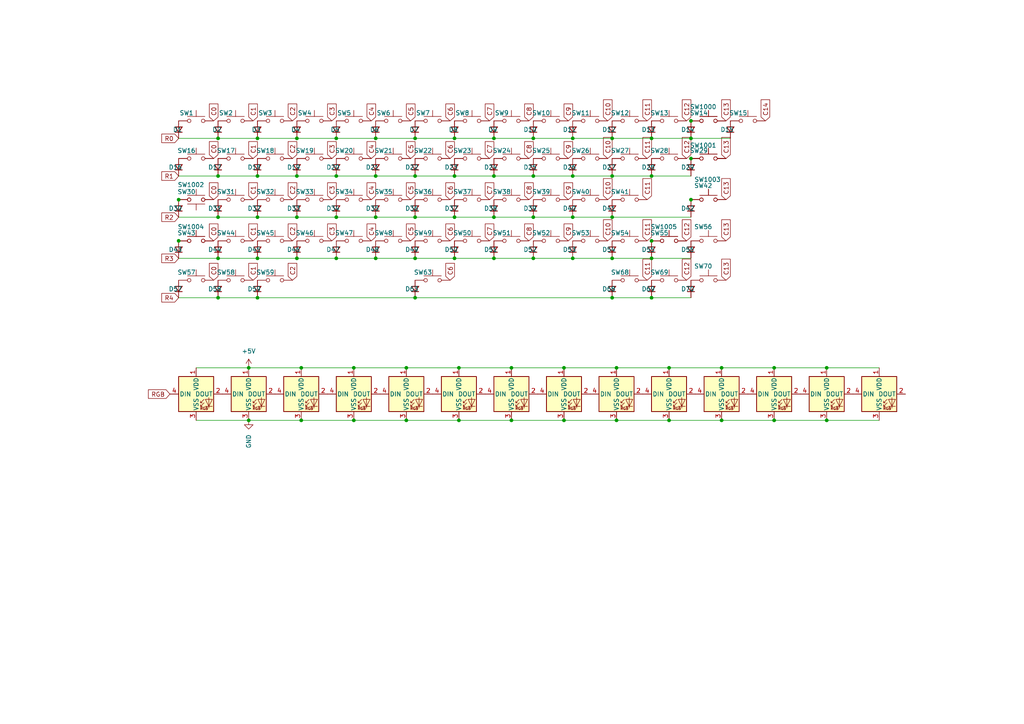
<source format=kicad_sch>
(kicad_sch (version 20240417) (generator "eeschema") (generator_version "8.99")
  (paper "A4")
  (lib_symbols
    (symbol "Connector:Conn_01x04_Pin" (pin_names (offset 1.016) hide)
      (property "Reference" "J" (at 0 5.08 0))
      (property "Value" "Conn_01x04_Pin" (at 0 -7.62 0))
      (symbol "Conn_01x04_Pin_1_1"
        (pin passive line (at 5.08 2.54 180) (length 3.81) (name "Pin_1") (number "1"))
        (pin passive line (at 5.08 0 180) (length 3.81) (name "Pin_2") (number "2"))
        (pin passive line (at 5.08 -2.54 180) (length 3.81) (name "Pin_3") (number "3"))
        (pin passive line (at 5.08 -5.08 180) (length 3.81) (name "Pin_4") (number "4"))
      )
    )
    (symbol "Connector:Conn_01x05_Socket" (pin_names (offset 1.016) hide)
      (property "Reference" "J" (at 0 7.62 0))
      (property "Value" "Conn_01x05_Socket" (at 0 -7.62 0))
      (symbol "Conn_01x05_Socket_1_1"
        (pin passive line (at -5.08 5.08 0) (length 3.81) (name "Pin_1") (number "1"))
        (pin passive line (at -5.08 2.54 0) (length 3.81) (name "Pin_2") (number "2"))
        (pin passive line (at -5.08 0 0) (length 3.81) (name "Pin_3") (number "3"))
        (pin passive line (at -5.08 -2.54 0) (length 3.81) (name "Pin_4") (number "4"))
        (pin passive line (at -5.08 -5.08 0) (length 3.81) (name "Pin_5") (number "5"))
      )
    )
    (symbol "Device:C_Small" (pin_numbers hide) (pin_names (offset 0.254) hide)
      (property "Reference" "C" (at 0.254 1.778 0))
      (property "Value" "C_Small" (at 0.254 -2.032 0))
      (symbol "C_Small_1_1"
        (pin passive line (at 0 2.54 270) (length 2.032) (name "~") (number "1"))
        (pin passive line (at 0 -2.54 90) (length 2.032) (name "~") (number "2"))
      )
    )
    (symbol "Device:D_Small" (pin_numbers hide) (pin_names (offset 0.254) hide)
      (property "Reference" "D" (at -1.27 2.032 0))
      (property "Value" "D_Small" (at -3.81 -2.032 0))
      (symbol "D_Small_1_1"
        (pin passive line (at -2.54 0 0) (length 1.778) (name "K") (number "1"))
        (pin passive line (at 2.54 0 180) (length 1.778) (name "A") (number "2"))
      )
    )
    (symbol "Device:LED" (pin_numbers hide) (pin_names (offset 1.016) hide)
      (property "Reference" "D" (at 0 2.54 0))
      (property "Value" "LED" (at 0 -2.54 0))
      (symbol "LED_1_1"
        (pin passive line (at -3.81 0 0) (length 2.54) (name "K") (number "1"))
        (pin passive line (at 3.81 0 180) (length 2.54) (name "A") (number "2"))
      )
    )
    (symbol "Device:R_Small" (pin_numbers hide) (pin_names (offset 0.254) hide)
      (property "Reference" "R" (at 0.762 0.508 0))
      (property "Value" "R_Small" (at 0.762 -1.016 0))
      (symbol "R_Small_1_1"
        (pin passive line (at 0 2.54 270) (length 0.762) (name "~") (number "1"))
        (pin passive line (at 0 -2.54 90) (length 0.762) (name "~") (number "2"))
      )
    )
    (symbol "LED:WS2812B" (pin_names (offset 0.254))
      (property "Reference" "D" (at 5.08 5.715 0))
      (property "Value" "WS2812B" (at 1.27 -5.715 0))
      (symbol "WS2812B_0_0"
        (text "RGB" (at 2.286 -4.191 0) (effects (font (size 0.762 0.762))))
      )
      (symbol "WS2812B_1_1"
        (pin power_in line (at 0 7.62 270) (length 2.54) (name "VDD") (number "1"))
        (pin output line (at 7.62 0 180) (length 2.54) (name "DOUT") (number "2"))
        (pin power_in line (at 0 -7.62 90) (length 2.54) (name "VSS") (number "3"))
        (pin input line (at -7.62 0 0) (length 2.54) (name "DIN") (number "4"))
      )
    )
    (symbol "Power_Protection:USBLC6-2SC6" (pin_names hide)
      (property "Reference" "U" (at 0.635 5.715 0))
      (property "Value" "USBLC6-2SC6" (at 0.635 3.81 0))
      (symbol "USBLC6-2SC6_1_1"
        (pin passive line (at -5.08 0 0) (length 2.54) (name "I/O1") (number "1"))
        (pin passive line (at 0 -7.62 90) (length 2.54) (name "GND") (number "2"))
        (pin passive line (at -5.08 -2.54 0) (length 2.54) (name "I/O2") (number "3"))
        (pin passive line (at 5.08 -2.54 180) (length 2.54) (name "I/O2") (number "4"))
        (pin passive line (at 0 5.08 270) (length 2.54) (name "VBUS") (number "5"))
        (pin passive line (at 5.08 0 180) (length 2.54) (name "I/O1") (number "6"))
      )
    )
    (symbol "Regulator_Linear:AMS1117"
      (property "Reference" "U" (at -3.81 3.175 0))
      (property "Value" "AMS1117" (at 0 3.175 0))
      (symbol "AMS1117_1_1"
        (pin input line (at 0 -7.62 90) (length 2.54) (name "ADJ") (number "1"))
        (pin power_out line (at 7.62 0 180) (length 2.54) (name "VO") (number "2"))
        (pin power_in line (at -7.62 0 0) (length 2.54) (name "VI") (number "3"))
      )
    )
    (symbol "Switch:SW_Push" (pin_numbers hide) (pin_names (offset 1.016) hide)
      (property "Reference" "SW" (at 1.27 2.54 0))
      (property "Value" "SW_Push" (at 0 -1.524 0))
      (symbol "SW_Push_0_1"
        (pin passive line (at -5.08 0 0) (length 2.54) (name "1") (number "1"))
        (pin passive line (at 5.08 0 180) (length 2.54) (name "2") (number "2"))
      )
    )
    (symbol "power:+3.3V" (power) (pin_numbers hide) (pin_names (offset 0) hide)
      (property "Value" "+3.3V" (at 0 3.556 0))
      (symbol "+3.3V_1_1"
        (pin power_in line (at 0 0 90) (length 0) (name "~") (number "1"))
      )
    )
    (symbol "power:+5V" (power) (pin_numbers hide) (pin_names (offset 0) hide)
      (property "Value" "+5V" (at 0 3.556 0))
      (symbol "+5V_1_1"
        (pin power_in line (at 0 0 90) (length 0) (name "~") (number "1"))
      )
    )
    (symbol "power:GND" (power) (pin_numbers hide) (pin_names (offset 0) hide)
      (property "Value" "GND" (at 0 -3.81 0))
      (symbol "GND_1_1"
        (pin power_in line (at 0 0 270) (length 0) (name "~") (number "1"))
      )
    )
    (symbol "stm32f072:STM32F072-LQFP48-acheronSymbols" (pin_names (offset 1.016))
      (property "Reference" "U1" (at -1.905 3.175 0))
      (property "Value" "STM32F072-LQFP48" (at -15.24 -1.27 0))
      (symbol "STM32F072-LQFP48-acheronSymbols_1_1"
        (pin power_in line (at -43.18 35.56 0) (length 2.54) (name "VBAT") (number "1"))
        (pin bidirectional line (at -43.18 -21.59 0) (length 2.54) (name "PA0/ADC_IN0") (number "10"))
        (pin bidirectional line (at -43.18 -27.94 0) (length 2.54) (name "PA1/ADC_IN1") (number "11"))
        (pin bidirectional line (at -43.18 -34.29 0) (length 2.54) (name "PA2/ADC_IN2") (number "12"))
        (pin bidirectional line (at -34.29 -43.18 90) (length 2.54) (name "PA3/TIM15_CH2/ADC_IN3") (number "13"))
        (pin bidirectional line (at -27.94 -43.18 90) (length 2.54) (name "PA4/TIM14_CH1/ADC_IN4") (number "14"))
        (pin bidirectional line (at -21.59 -43.18 90) (length 2.54) (name "PA5/ADC_IN5/DAC_OUT2") (number "15"))
        (pin bidirectional line (at -15.24 -43.18 90) (length 2.54) (name "PA6/ADC_IN6/TIM3_CH1/TIM16_CH1") (number "16"))
        (pin bidirectional line (at -8.89 -43.18 90) (length 2.54) (name "PA7/TIM3_CH2/TIM14_CH1/ADC_IN7") (number "17"))
        (pin bidirectional line (at -2.54 -43.18 90) (length 2.54) (name "PB0/TIM3_CH3/ADC_IN8") (number "18"))
        (pin bidirectional line (at 3.81 -43.18 90) (length 2.54) (name "PB1/TIM3_CH4/TIM14_CH1/ADC_IN9") (number "19"))
        (pin bidirectional line (at -43.18 29.21 0) (length 2.54) (name "PC13") (number "2"))
        (pin bidirectional line (at 10.16 -43.18 90) (length 2.54) (name "PB2") (number "20"))
        (pin bidirectional line (at 16.51 -43.18 90) (length 2.54) (name "PB10/SPI2_SCK/I2C2_SCL/TIM2_CH3") (number "21"))
        (pin bidirectional line (at 22.86 -43.18 90) (length 2.54) (name "PB11/TIM2_CH4/I2C2_SDA") (number "22"))
        (pin power_in line (at 29.21 -43.18 90) (length 2.54) (name "VSS") (number "23"))
        (pin power_in line (at 35.56 -43.18 90) (length 2.54) (name "VDD") (number "24"))
        (pin bidirectional line (at 44.45 -35.56 180) (length 2.54) (name "PB12") (number "25"))
        (pin bidirectional line (at 44.45 -29.21 180) (length 2.54) (name "SPI2_SCK/I2S2_CK/I2C2_SCL/PB13") (number "26"))
        (pin bidirectional line (at 44.45 -22.86 180) (length 2.54) (name "PB14/SPI2_MISO/I2S2_MCK/I2C2_SDA/TIM15_CH1/PB15") (number "27"))
        (pin bidirectional line (at 44.45 -16.51 180) (length 2.54) (name "SPI2_MOSI/I2S2_SD/PB15") (number "28"))
        (pin bidirectional line (at 44.45 -10.16 180) (length 2.54) (name "TIM1_CH1/PA8") (number "29"))
        (pin bidirectional line (at -43.18 22.86 0) (length 2.54) (name "PC14/OSC32_IN") (number "3"))
        (pin bidirectional line (at 44.45 -3.81 180) (length 2.54) (name "TIM1_CH2/PA9") (number "30"))
        (pin bidirectional line (at 44.45 2.54 180) (length 2.54) (name "TIM1_CH3/PA10") (number "31"))
        (pin bidirectional line (at 44.45 8.89 180) (length 2.54) (name "USB_DM/TIM1_CH4/PA11") (number "32"))
        (pin bidirectional line (at 44.45 15.24 180) (length 2.54) (name "USB_DP/PA12") (number "33"))
        (pin bidirectional line (at 44.45 21.59 180) (length 2.54) (name "SWDIO/PA13") (number "34"))
        (pin power_in line (at 44.45 27.94 180) (length 2.54) (name "VSS") (number "35"))
        (pin power_in line (at 44.45 34.29 180) (length 2.54) (name "VDDIO2") (number "36"))
        (pin bidirectional line (at 35.56 44.45 270) (length 2.54) (name "SWCLK/PA14") (number "37"))
        (pin bidirectional line (at 29.21 44.45 270) (length 2.54) (name "PA2") (number "38"))
        (pin bidirectional line (at 22.86 44.45 270) (length 2.54) (name "SPI1_SCK/I2S1_CK/TIM2_CH2/PB3") (number "39"))
        (pin bidirectional line (at -43.18 16.51 0) (length 2.54) (name "PC15/OSC32_OUT") (number "4"))
        (pin bidirectional line (at 16.51 44.45 270) (length 2.54) (name "SPI1_MISO/I2S1_MCK/TIM3_CH1/PB4") (number "40"))
        (pin bidirectional line (at 10.16 44.45 270) (length 2.54) (name "SPI1_MOSI/I2S1_SD/TIM3_CH2/PB5") (number "41"))
        (pin bidirectional line (at 3.81 44.45 270) (length 2.54) (name "I2C1_SCL/PB6") (number "42"))
        (pin bidirectional line (at -2.54 44.45 270) (length 2.54) (name "2C1_SDA/PB7") (number "43"))
        (pin output line (at -8.89 44.45 270) (length 2.54) (name "BOOT0") (number "44"))
        (pin bidirectional line (at -15.24 44.45 270) (length 2.54) (name "I2C1_SCL/TIM16_CH1/PB8") (number "45"))
        (pin input line (at -21.59 44.45 270) (length 2.54) (name "SPI2_NSS/I2S2_WS/I2C1_SDA/TIM17_CH1/PB9") (number "46"))
        (pin input line (at -27.94 44.45 270) (length 2.54) (name "VSS") (number "47"))
        (pin input line (at -34.29 44.45 270) (length 2.54) (name "VDD") (number "48"))
        (pin bidirectional line (at -43.18 10.16 0) (length 2.54) (name "PF0/OSC_IN") (number "5"))
        (pin bidirectional line (at -43.18 3.81 0) (length 2.54) (name "PF1/OSC_OUT") (number "6"))
        (pin input line (at -43.18 -2.54 0) (length 2.54) (name "NRST") (number "7"))
        (pin power_in line (at -43.18 -8.89 0) (length 2.54) (name "VSSA") (number "8"))
        (pin power_in line (at -43.18 -15.24 0) (length 2.54) (name "VDDA") (number "9"))
      )
    )
  )
  (junction (at 177.546 74.93))
  (junction (at 177.546 86.36))
  (junction (at -135.636 68.072))
  (junction (at 200.406 35.052))
  (junction (at 74.676 74.93))
  (junction (at 177.546 51.054))
  (junction (at -113.792 2.032))
  (junction (at 239.776 121.92))
  (junction (at -131.318 62.992))
  (junction (at 74.676 62.992))
  (junction (at 143.256 74.93))
  (junction (at -113.792 6.35))
  (junction (at 63.246 86.36))
  (junction (at 200.406 40.132))
  (junction (at 200.406 57.912))
  (junction (at 188.976 51.054))
  (junction (at 200.406 45.974))
  (junction (at 154.686 51.054))
  (junction (at 120.396 62.992))
  (junction (at 194.056 121.92))
  (junction (at 163.576 106.68))
  (junction (at 143.256 51.054))
  (junction (at 86.106 51.054))
  (junction (at 188.976 74.93))
  (junction (at 163.576 121.92))
  (junction (at -118.872 2.032))
  (junction (at -136.144 81.534))
  (junction (at 120.396 40.132))
  (junction (at 148.336 106.68))
  (junction (at 239.776 106.68))
  (junction (at 51.816 57.912))
  (junction (at 143.256 40.132))
  (junction (at 131.826 40.132))
  (junction (at 154.686 62.992))
  (junction (at 63.246 62.992))
  (junction (at 131.826 51.054))
  (junction (at 102.616 106.68))
  (junction (at 166.116 62.992))
  (junction (at 97.536 62.992))
  (junction (at 86.106 74.93))
  (junction (at 209.296 121.92))
  (junction (at 72.136 121.92))
  (junction (at 194.056 106.68))
  (junction (at 117.856 106.68))
  (junction (at 63.246 40.132))
  (junction (at 108.966 74.93))
  (junction (at 120.396 74.93))
  (junction (at 177.546 62.992))
  (junction (at 63.246 51.054))
  (junction (at -50.546 99.568))
  (junction (at 188.976 40.132))
  (junction (at 108.966 51.054))
  (junction (at -128.524 18.034))
  (junction (at -38.1 25.146))
  (junction (at 148.336 121.92))
  (junction (at 97.536 51.054))
  (junction (at 166.116 74.93))
  (junction (at -33.782 20.066))
  (junction (at 166.116 51.054))
  (junction (at -139.954 -2.54))
  (junction (at -50.546 103.886))
  (junction (at -33.782 25.146))
  (junction (at 224.536 106.68))
  (junction (at -55.626 99.568))
  (junction (at 102.616 121.92))
  (junction (at -55.626 103.886))
  (junction (at -118.872 6.35))
  (junction (at 97.536 40.132))
  (junction (at 188.976 69.85))
  (junction (at 133.096 121.92))
  (junction (at 131.826 62.992))
  (junction (at -137.16 -2.54))
  (junction (at 131.826 74.93))
  (junction (at 117.856 121.92))
  (junction (at 86.106 62.992))
  (junction (at 209.296 106.68))
  (junction (at 154.686 74.93))
  (junction (at 133.096 106.68))
  (junction (at 51.816 69.85))
  (junction (at 72.136 106.68))
  (junction (at 108.966 62.992))
  (junction (at -131.318 68.072))
  (junction (at 178.816 121.92))
  (junction (at 120.396 86.36))
  (junction (at 224.536 121.92))
  (junction (at -128.524 81.534))
  (junction (at 188.976 86.36))
  (junction (at 97.536 74.93))
  (junction (at 74.676 86.36))
  (junction (at 87.376 121.92))
  (junction (at 178.816 106.68))
  (junction (at 87.376 106.68))
  (junction (at -38.1 20.066))
  (junction (at 143.256 62.992))
  (junction (at 86.106 40.132))
  (junction (at 154.686 40.132))
  (junction (at 177.546 40.132))
  (junction (at 166.116 40.132))
  (junction (at 74.676 51.054))
  (junction (at 63.246 74.93))
  (junction (at 120.396 51.054))
  (junction (at 74.676 40.132))
  (junction (at 108.966 40.132))
  (junction (at -135.636 62.992))
  (no_connect (at -128.524 49.784))
  (no_connect (at -128.524 43.434))
  (wire (pts (xy 63.246 62.992) (xy 74.676 62.992)))
  (wire (pts (xy 74.676 74.93) (xy 86.106 74.93)))
  (wire (pts (xy 120.396 74.93) (xy 131.826 74.93)))
  (wire (pts (xy 108.966 40.132) (xy 120.396 40.132)))
  (wire (pts (xy -150.114 -2.54) (xy -150.114 -6.35)))
  (wire (pts (xy 72.136 121.92) (xy 87.376 121.92)))
  (wire (pts (xy 131.826 74.93) (xy 143.256 74.93)))
  (wire (pts (xy -128.524 68.072) (xy -131.318 68.072)))
  (wire (pts (xy -131.318 68.072) (xy -135.636 68.072)))
  (wire (pts (xy 177.546 74.93) (xy 188.976 74.93)))
  (wire (pts (xy 209.296 106.68) (xy 224.536 106.68)))
  (wire (pts (xy 74.676 40.132) (xy 86.106 40.132)))
  (wire (pts (xy 188.976 51.054) (xy 200.406 51.054)))
  (wire (pts (xy -137.16 -7.874) (xy -139.954 -7.874)))
  (wire (pts (xy 148.336 121.92) (xy 163.576 121.92)))
  (wire (pts (xy -55.626 96.774) (xy -56.134 96.774)))
  (wire (pts (xy -113.792 9.144) (xy -113.284 9.144)))
  (wire (pts (xy 209.296 121.92) (xy 224.536 121.92)))
  (wire (pts (xy -55.626 103.886) (xy -55.626 99.568)))
  (wire (pts (xy 51.816 74.93) (xy 63.246 74.93)))
  (wire (pts (xy 120.396 62.992) (xy 131.826 62.992)))
  (wire (pts (xy 87.376 121.92) (xy 102.616 121.92)))
  (wire (pts (xy 163.576 106.68) (xy 178.816 106.68)))
  (wire (pts (xy 143.256 51.054) (xy 154.686 51.054)))
  (wire (pts (xy -128.524 62.992) (xy -128.524 62.484)))
  (wire (pts (xy 63.246 86.36) (xy 74.676 86.36)))
  (wire (pts (xy 56.896 121.92) (xy 72.136 121.92)))
  (wire (pts (xy 177.546 86.36) (xy 188.976 86.36)))
  (wire (pts (xy 102.616 106.68) (xy 117.856 106.68)))
  (wire (pts (xy 51.816 51.054) (xy 63.246 51.054)))
  (wire (pts (xy 224.536 121.92) (xy 239.776 121.92)))
  (wire (pts (xy 166.116 62.992) (xy 177.546 62.992)))
  (wire (pts (xy 74.676 86.36) (xy 120.396 86.36)))
  (wire (pts (xy -55.626 99.568) (xy -55.626 96.774)))
  (wire (pts (xy -118.872 6.35) (xy -118.872 2.032)))
  (wire (pts (xy 166.116 40.132) (xy 177.546 40.132)))
  (wire (pts (xy 188.976 86.36) (xy 200.406 86.36)))
  (wire (pts (xy 178.816 106.68) (xy 194.056 106.68)))
  (wire (pts (xy 188.976 40.132) (xy 200.406 40.132)))
  (wire (pts (xy 166.116 51.054) (xy 177.546 51.054)))
  (wire (pts (xy 188.976 74.93) (xy 200.406 74.93)))
  (wire (pts (xy 117.856 121.92) (xy 133.096 121.92)))
  (wire (pts (xy -137.16 -2.54) (xy -137.16 -2.794)))
  (wire (pts (xy 166.116 74.93) (xy 177.546 74.93)))
  (wire (pts (xy 177.546 62.992) (xy 200.406 62.992)))
  (wire (pts (xy 97.536 51.054) (xy 108.966 51.054)))
  (wire (pts (xy -119.634 9.144) (xy -118.872 9.144)))
  (wire (pts (xy 72.136 106.68) (xy 87.376 106.68)))
  (wire (pts (xy -50.546 96.774) (xy -50.546 99.568)))
  (wire (pts (xy -139.954 -6.35) (xy -139.954 -2.54)))
  (wire (pts (xy 56.896 106.68) (xy 72.136 106.68)))
  (wire (pts (xy 120.396 51.054) (xy 131.826 51.054)))
  (wire (pts (xy 131.826 62.992) (xy 143.256 62.992)))
  (wire (pts (xy 131.826 40.132) (xy 143.256 40.132)))
  (wire (pts (xy -33.782 25.146) (xy -38.1 25.146)))
  (wire (pts (xy 163.576 121.92) (xy 178.816 121.92)))
  (wire (pts (xy 200.406 40.132) (xy 211.836 40.132)))
  (wire (pts (xy 87.376 106.68) (xy 102.616 106.68)))
  (wire (pts (xy 51.816 62.992) (xy 63.246 62.992)))
  (wire (pts (xy 143.256 74.93) (xy 154.686 74.93)))
  (wire (pts (xy 51.816 86.36) (xy 63.246 86.36)))
  (wire (pts (xy -118.872 9.144) (xy -118.872 6.35)))
  (wire (pts (xy 177.546 40.132) (xy 188.976 40.132)))
  (wire (pts (xy 120.396 86.36) (xy 177.546 86.36)))
  (wire (pts (xy -38.1 20.066) (xy -33.782 20.066)))
  (wire (pts (xy 117.856 106.68) (xy 133.096 106.68)))
  (wire (pts (xy 97.536 40.132) (xy 108.966 40.132)))
  (wire (pts (xy -135.636 62.992) (xy -131.318 62.992)))
  (wire (pts (xy 154.686 40.132) (xy 166.116 40.132)))
  (wire (pts (xy -40.894 20.066) (xy -38.1 20.066)))
  (wire (pts (xy 224.536 106.68) (xy 239.776 106.68)))
  (wire (pts (xy -49.784 96.774) (xy -50.546 96.774)))
  (wire (pts (xy 108.966 74.93) (xy 120.396 74.93)))
  (wire (pts (xy 133.096 121.92) (xy 148.336 121.92)))
  (wire (pts (xy 177.546 51.054) (xy 188.976 51.054)))
  (wire (pts (xy 63.246 51.054) (xy 74.676 51.054)))
  (wire (pts (xy 86.106 62.992) (xy 97.536 62.992)))
  (wire (pts (xy 97.536 62.992) (xy 108.966 62.992)))
  (wire (pts (xy -139.954 -2.54) (xy -137.16 -2.54)))
  (wire (pts (xy -147.574 -2.54) (xy -150.114 -2.54)))
  (wire (pts (xy -113.792 6.35) (xy -113.792 9.144)))
  (wire (pts (xy 148.336 106.68) (xy 163.576 106.68)))
  (wire (pts (xy 194.056 121.92) (xy 209.296 121.92)))
  (wire (pts (xy 154.686 51.054) (xy 166.116 51.054)))
  (wire (pts (xy 74.676 62.992) (xy 86.106 62.992)))
  (wire (pts (xy -142.494 -2.54) (xy -139.954 -2.54)))
  (wire (pts (xy -198.374 67.818) (xy -187.198 67.818)))
  (wire (pts (xy 154.686 62.992) (xy 166.116 62.992)))
  (wire (pts (xy 239.776 106.68) (xy 255.016 106.68)))
  (wire (pts (xy 194.056 106.68) (xy 209.296 106.68)))
  (wire (pts (xy -113.792 2.032) (xy -113.792 6.35)))
  (wire (pts (xy 131.826 51.054) (xy 143.256 51.054)))
  (wire (pts (xy 154.686 74.93) (xy 166.116 74.93)))
  (wire (pts (xy 178.816 121.92) (xy 194.056 121.92)))
  (wire (pts (xy 143.256 62.992) (xy 154.686 62.992)))
  (wire (pts (xy 74.676 51.054) (xy 86.106 51.054)))
  (wire (pts (xy -50.546 99.568) (xy -50.546 103.886)))
  (wire (pts (xy 86.106 74.93) (xy 97.536 74.93)))
  (wire (pts (xy 97.536 74.93) (xy 108.966 74.93)))
  (wire (pts (xy 86.106 51.054) (xy 97.536 51.054)))
  (wire (pts (xy 63.246 74.93) (xy 74.676 74.93)))
  (wire (pts (xy 108.966 62.992) (xy 120.396 62.992)))
  (wire (pts (xy -128.524 68.834) (xy -128.524 68.072)))
  (wire (pts (xy 51.816 40.132) (xy 63.246 40.132)))
  (wire (pts (xy -38.1 25.146) (xy -40.894 25.146)))
  (wire (pts (xy -40.894 25.146) (xy -40.894 25.654)))
  (wire (pts (xy 120.396 40.132) (xy 131.826 40.132)))
  (wire (pts (xy 108.966 51.054) (xy 120.396 51.054)))
  (wire (pts (xy 63.246 40.132) (xy 74.676 40.132)))
  (wire (pts (xy 143.256 40.132) (xy 154.686 40.132)))
  (wire (pts (xy 239.776 121.92) (xy 255.016 121.92)))
  (wire (pts (xy -40.894 19.304) (xy -40.894 20.066)))
  (wire (pts (xy 102.616 121.92) (xy 117.856 121.92)))
  (wire (pts (xy -131.318 62.992) (xy -128.524 62.992)))
  (wire (pts (xy 86.106 40.132) (xy 97.536 40.132)))
  (wire (pts (xy 133.096 106.68) (xy 148.336 106.68)))
  (wire (pts (xy -198.374 65.278) (xy -187.198 65.278)))
  (global_label "C2" (shape input) (at -100.584 9.144 90) (property "Intersheetrefs" "${INTERSHEET_REFS}" (effects (hide yes))))
  (global_label "D+" (shape input) (at -177.038 67.818 0) (property "Intersheetrefs" "${INTERSHEET_REFS}" (effects (hide yes))))
  (global_label "C1" (shape input) (at 73.406 35.052 90) (property "Intersheetrefs" "${INTERSHEET_REFS}" (effects (hide yes))))
  (global_label "C13" (shape input) (at 210.566 69.85 90) (property "Intersheetrefs" "${INTERSHEET_REFS}" (effects (hide yes))))
  (global_label "boot" (shape input) (at -94.234 9.144 90) (property "Intersheetrefs" "${INTERSHEET_REFS}" (effects (hide yes))))
  (global_label "C7" (shape input) (at 141.986 45.974 90) (property "Intersheetrefs" "${INTERSHEET_REFS}" (effects (hide yes))))
  (global_label "C7" (shape input) (at 141.986 35.052 90) (property "Intersheetrefs" "${INTERSHEET_REFS}" (effects (hide yes))))
  (global_label "DIO" (shape input) (at -83.566 66.548 270) (property "Intersheetrefs" "${INTERSHEET_REFS}" (effects (hide yes))))
  (global_label "C6" (shape input) (at 130.556 57.912 90) (property "Intersheetrefs" "${INTERSHEET_REFS}" (effects (hide yes))))
  (global_label "C13" (shape input) (at 210.566 57.912 90) (property "Intersheetrefs" "${INTERSHEET_REFS}" (effects (hide yes))))
  (global_label "C5" (shape input) (at 119.126 57.912 90) (property "Intersheetrefs" "${INTERSHEET_REFS}" (effects (hide yes))))
  (global_label "C12" (shape input) (at 199.136 35.052 90) (property "Intersheetrefs" "${INTERSHEET_REFS}" (effects (hide yes))))
  (global_label "C11" (shape input) (at -128.524 37.084 180) (property "Intersheetrefs" "${INTERSHEET_REFS}" (effects (hide yes))))
  (global_label "C2" (shape input) (at 84.836 69.85 90) (property "Intersheetrefs" "${INTERSHEET_REFS}" (effects (hide yes))))
  (global_label "R0" (shape input) (at 51.816 40.132 180) (property "Intersheetrefs" "${INTERSHEET_REFS}" (effects (hide yes))))
  (global_label "C8" (shape input) (at 153.416 35.052 90) (property "Intersheetrefs" "${INTERSHEET_REFS}" (effects (hide yes))))
  (global_label "C10" (shape input) (at 176.276 57.912 90) (property "Intersheetrefs" "${INTERSHEET_REFS}" (effects (hide yes))))
  (global_label "C8" (shape input) (at 153.416 57.912 90) (property "Intersheetrefs" "${INTERSHEET_REFS}" (effects (hide yes))))
  (global_label "C10" (shape input) (at 176.276 35.052 90) (property "Intersheetrefs" "${INTERSHEET_REFS}" (effects (hide yes))))
  (global_label "C9" (shape input) (at 164.846 57.912 90) (property "Intersheetrefs" "${INTERSHEET_REFS}" (effects (hide yes))))
  (global_label "RST" (shape input) (at -86.106 66.548 270) (property "Intersheetrefs" "${INTERSHEET_REFS}" (effects (hide yes))))
  (global_label "C3" (shape input) (at 96.266 69.85 90) (property "Intersheetrefs" "${INTERSHEET_REFS}" (effects (hide yes))))
  (global_label "C6" (shape input) (at 130.556 45.974 90) (property "Intersheetrefs" "${INTERSHEET_REFS}" (effects (hide yes))))
  (global_label "C1" (shape input) (at 73.406 81.28 90) (property "Intersheetrefs" "${INTERSHEET_REFS}" (effects (hide yes))))
  (global_label "C6" (shape input) (at -68.834 9.144 90) (property "Intersheetrefs" "${INTERSHEET_REFS}" (effects (hide yes))))
  (global_label "C3" (shape input) (at 96.266 35.052 90) (property "Intersheetrefs" "${INTERSHEET_REFS}" (effects (hide yes))))
  (global_label "C10" (shape input) (at 176.276 69.85 90) (property "Intersheetrefs" "${INTERSHEET_REFS}" (effects (hide yes))))
  (global_label "C1" (shape input) (at 73.406 69.85 90) (property "Intersheetrefs" "${INTERSHEET_REFS}" (effects (hide yes))))
  (global_label "R3" (shape input) (at 51.816 74.93 180) (property "Intersheetrefs" "${INTERSHEET_REFS}" (effects (hide yes))))
  (global_label "C0" (shape input) (at 61.976 81.28 90) (property "Intersheetrefs" "${INTERSHEET_REFS}" (effects (hide yes))))
  (global_label "C8" (shape input) (at 153.416 45.974 90) (property "Intersheetrefs" "${INTERSHEET_REFS}" (effects (hide yes))))
  (global_label "RST" (shape input) (at -128.524 56.134 180) (property "Intersheetrefs" "${INTERSHEET_REFS}" (effects (hide yes))))
  (global_label "C0" (shape input) (at 61.976 35.052 90) (property "Intersheetrefs" "${INTERSHEET_REFS}" (effects (hide yes))))
  (global_label "D+" (shape input) (at -40.894 38.354 0) (property "Intersheetrefs" "${INTERSHEET_REFS}" (effects (hide yes))))
  (global_label "C0" (shape input) (at 61.976 69.85 90) (property "Intersheetrefs" "${INTERSHEET_REFS}" (effects (hide yes))))
  (global_label "C9" (shape input) (at 164.846 35.052 90) (property "Intersheetrefs" "${INTERSHEET_REFS}" (effects (hide yes))))
  (global_label "C0" (shape input) (at 61.976 57.912 90) (property "Intersheetrefs" "${INTERSHEET_REFS}" (effects (hide yes))))
  (global_label "C0" (shape input) (at -68.834 96.774 270) (property "Intersheetrefs" "${INTERSHEET_REFS}" (effects (hide yes))))
  (global_label "C11" (shape input) (at 187.706 81.28 90) (property "Intersheetrefs" "${INTERSHEET_REFS}" (effects (hide yes))))
  (global_label "C12" (shape input) (at -128.524 30.734 180) (property "Intersheetrefs" "${INTERSHEET_REFS}" (effects (hide yes))))
  (global_label "C13" (shape input) (at -128.524 24.384 180) (property "Intersheetrefs" "${INTERSHEET_REFS}" (effects (hide yes))))
  (global_label "C9" (shape input) (at 164.846 45.974 90) (property "Intersheetrefs" "${INTERSHEET_REFS}" (effects (hide yes))))
  (global_label "C5" (shape input) (at 119.126 35.052 90) (property "Intersheetrefs" "${INTERSHEET_REFS}" (effects (hide yes))))
  (global_label "C5" (shape input) (at 119.126 45.974 90) (property "Intersheetrefs" "${INTERSHEET_REFS}" (effects (hide yes))))
  (global_label "R0" (shape input) (at -40.894 89.154 0) (property "Intersheetrefs" "${INTERSHEET_REFS}" (effects (hide yes))))
  (global_label "C6" (shape input) (at 130.556 35.052 90) (property "Intersheetrefs" "${INTERSHEET_REFS}" (effects (hide yes))))
  (global_label "C11" (shape input) (at 187.706 35.052 90) (property "Intersheetrefs" "${INTERSHEET_REFS}" (effects (hide yes))))
  (global_label "C7" (shape input) (at -62.484 9.144 90) (property "Intersheetrefs" "${INTERSHEET_REFS}" (effects (hide yes))))
  (global_label "R4" (shape input) (at 51.816 86.36 180) (property "Intersheetrefs" "${INTERSHEET_REFS}" (effects (hide yes))))
  (global_label "C11" (shape input) (at 187.706 45.974 90) (property "Intersheetrefs" "${INTERSHEET_REFS}" (effects (hide yes))))
  (global_label "C1" (shape input) (at -106.934 9.144 90) (property "Intersheetrefs" "${INTERSHEET_REFS}" (effects (hide yes))))
  (global_label "C9" (shape input) (at -128.524 87.884 180) (property "Intersheetrefs" "${INTERSHEET_REFS}" (effects (hide yes))))
  (global_label "R2" (shape input) (at -62.484 96.774 270) (property "Intersheetrefs" "${INTERSHEET_REFS}" (effects (hide yes))))
  (global_label "C0" (shape input) (at 61.976 45.974 90) (property "Intersheetrefs" "${INTERSHEET_REFS}" (effects (hide yes))))
  (global_label "C7" (shape input) (at 141.986 57.912 90) (property "Intersheetrefs" "${INTERSHEET_REFS}" (effects (hide yes))))
  (global_label "C10" (shape input) (at 176.276 45.974 90) (property "Intersheetrefs" "${INTERSHEET_REFS}" (effects (hide yes))))
  (global_label "C3" (shape input) (at 96.266 57.912 90) (property "Intersheetrefs" "${INTERSHEET_REFS}" (effects (hide yes))))
  (global_label "C2" (shape input) (at 84.836 45.974 90) (property "Intersheetrefs" "${INTERSHEET_REFS}" (effects (hide yes))))
  (global_label "C10" (shape input) (at -128.524 75.184 180) (property "Intersheetrefs" "${INTERSHEET_REFS}" (effects (hide yes))))
  (global_label "R1" (shape input) (at 51.816 51.054 180) (property "Intersheetrefs" "${INTERSHEET_REFS}" (effects (hide yes))))
  (global_label "RGB" (shape input) (at -87.884 96.774 270) (property "Intersheetrefs" "${INTERSHEET_REFS}" (effects (hide yes))))
  (global_label "C2" (shape input) (at 84.836 81.28 90) (property "Intersheetrefs" "${INTERSHEET_REFS}" (effects (hide yes))))
  (global_label "C4" (shape input) (at 107.696 57.912 90) (property "Intersheetrefs" "${INTERSHEET_REFS}" (effects (hide yes))))
  (global_label "C12" (shape input) (at 199.136 69.85 90) (property "Intersheetrefs" "${INTERSHEET_REFS}" (effects (hide yes))))
  (global_label "C8" (shape input) (at -56.134 9.144 90) (property "Intersheetrefs" "${INTERSHEET_REFS}" (effects (hide yes))))
  (global_label "C13" (shape input) (at 210.566 35.052 90) (property "Intersheetrefs" "${INTERSHEET_REFS}" (effects (hide yes))))
  (global_label "DIO" (shape input) (at -40.894 32.004 0) (property "Intersheetrefs" "${INTERSHEET_REFS}" (effects (hide yes))))
  (global_label "C3" (shape input) (at -87.884 9.144 90) (property "Intersheetrefs" "${INTERSHEET_REFS}" (effects (hide yes))))
  (global_label "C13" (shape input) (at 210.566 45.974 90) (property "Intersheetrefs" "${INTERSHEET_REFS}" (effects (hide yes))))
  (global_label "C4" (shape input) (at 107.696 35.052 90) (property "Intersheetrefs" "${INTERSHEET_REFS}" (effects (hide yes))))
  (global_label "C12" (shape input) (at 199.136 81.28 90) (property "Intersheetrefs" "${INTERSHEET_REFS}" (effects (hide yes))))
  (global_label "C2" (shape input) (at 84.836 35.052 90) (property "Intersheetrefs" "${INTERSHEET_REFS}" (effects (hide yes))))
  (global_label "C4" (shape input) (at 107.696 69.85 90) (property "Intersheetrefs" "${INTERSHEET_REFS}" (effects (hide yes))))
  (global_label "R2" (shape input) (at 51.816 62.992 180) (property "Intersheetrefs" "${INTERSHEET_REFS}" (effects (hide yes))))
  (global_label "C1" (shape input) (at 73.406 57.912 90) (property "Intersheetrefs" "${INTERSHEET_REFS}" (effects (hide yes))))
  (global_label "R3" (shape input) (at -75.184 96.774 270) (property "Intersheetrefs" "${INTERSHEET_REFS}" (effects (hide yes))))
  (global_label "C14" (shape input) (at 221.996 35.052 90) (property "Intersheetrefs" "${INTERSHEET_REFS}" (effects (hide yes))))
  (global_label "R4" (shape input) (at -81.534 96.774 270) (property "Intersheetrefs" "${INTERSHEET_REFS}" (effects (hide yes))))
  (global_label "boot" (shape input) (at -137.16 -7.874 90) (property "Intersheetrefs" "${INTERSHEET_REFS}" (effects (hide yes))))
  (global_label "RGB" (shape input) (at 49.276 114.3 180) (property "Intersheetrefs" "${INTERSHEET_REFS}" (effects (hide yes))))
  (global_label "C4" (shape input) (at -81.534 9.144 90) (property "Intersheetrefs" "${INTERSHEET_REFS}" (effects (hide yes))))
  (global_label "C9" (shape input) (at 164.846 69.85 90) (property "Intersheetrefs" "${INTERSHEET_REFS}" (effects (hide yes))))
  (global_label "C2" (shape input) (at 84.836 57.912 90) (property "Intersheetrefs" "${INTERSHEET_REFS}" (effects (hide yes))))
  (global_label "RST" (shape input) (at -150.114 -6.35 180) (property "Intersheetrefs" "${INTERSHEET_REFS}" (effects (hide yes))))
  (global_label "C4" (shape input) (at 107.696 45.974 90) (property "Intersheetrefs" "${INTERSHEET_REFS}" (effects (hide yes))))
  (global_label "C8" (shape input) (at 153.416 69.85 90) (property "Intersheetrefs" "${INTERSHEET_REFS}" (effects (hide yes))))
  (global_label "C11" (shape input) (at 187.706 69.85 90) (property "Intersheetrefs" "${INTERSHEET_REFS}" (effects (hide yes))))
  (global_label "R1" (shape input) (at -40.894 82.804 0) (property "Intersheetrefs" "${INTERSHEET_REFS}" (effects (hide yes))))
  (global_label "C3" (shape input) (at 96.266 45.974 90) (property "Intersheetrefs" "${INTERSHEET_REFS}" (effects (hide yes))))
  (global_label "CLK" (shape input) (at -81.026 66.548 270) (property "Intersheetrefs" "${INTERSHEET_REFS}" (effects (hide yes))))
  (global_label "C7" (shape input) (at 141.986 69.85 90) (property "Intersheetrefs" "${INTERSHEET_REFS}" (effects (hide yes))))
  (global_label "CLK" (shape input) (at -49.784 9.144 90) (property "Intersheetrefs" "${INTERSHEET_REFS}" (effects (hide yes))))
  (global_label "D-" (shape input) (at -177.038 65.278 0) (property "Intersheetrefs" "${INTERSHEET_REFS}" (effects (hide yes))))
  (global_label "C6" (shape input) (at 130.556 69.85 90) (property "Intersheetrefs" "${INTERSHEET_REFS}" (effects (hide yes))))
  (global_label "C1" (shape input) (at 73.406 45.974 90) (property "Intersheetrefs" "${INTERSHEET_REFS}" (effects (hide yes))))
  (global_label "C5" (shape input) (at -75.184 9.144 90) (property "Intersheetrefs" "${INTERSHEET_REFS}" (effects (hide yes))))
  (global_label "C12" (shape input) (at 199.136 45.974 90) (property "Intersheetrefs" "${INTERSHEET_REFS}" (effects (hide yes))))
  (global_label "C13" (shape input) (at 210.566 81.28 90) (property "Intersheetrefs" "${INTERSHEET_REFS}" (effects (hide yes))))
  (global_label "C14" (shape input) (at -40.894 76.454 0) (property "Intersheetrefs" "${INTERSHEET_REFS}" (effects (hide yes))))
  (global_label "C6" (shape input) (at 130.556 81.28 90) (property "Intersheetrefs" "${INTERSHEET_REFS}" (effects (hide yes))))
  (global_label "C11" (shape input) (at 187.706 57.912 90) (property "Intersheetrefs" "${INTERSHEET_REFS}" (effects (hide yes))))
  (global_label "C5" (shape input) (at 119.126 69.85 90) (property "Intersheetrefs" "${INTERSHEET_REFS}" (effects (hide yes))))
  (global_label "D-" (shape input) (at -40.894 44.704 0) (property "Intersheetrefs" "${INTERSHEET_REFS}" (effects (hide yes))))
  (symbol (lib_id "Switch:SW_Push") (at 125.476 57.912 0) (unit 1)
    (property "Reference" "SW36" (at 122.682 55.626 0))
    (property "Value" "SW_Push" (effects (hide yes)))
    (property "Footprint" "MX_cherry:MXOnly-1U_N" (effects (hide yes)))
    (property "Description" "Push button switch, generic, two pins" (effects (hide yes)))
  )
  (symbol (lib_id "Device:D_Small") (at 63.246 83.82 90) (unit 1)
    (property "Reference" "D58" (at 64.262 83.82 90) (effects (justify left)))
    (property "Value" "D_Small" (effects (hide yes)))
    (property "Footprint" "Diode_SMD:D_MiniMELF" (effects (hide yes)))
    (property "Description" "Diode, small symbol" (effects (hide yes)))
    (property "Sim.Device" "D" (effects (hide yes)))
    (property "Sim.Pins" "1=K 2=A" (effects (hide yes)))
  )
  (symbol (lib_id "Device:D_Small") (at 154.686 48.514 90) (unit 1)
    (property "Reference" "D25" (at 155.702 48.514 90) (effects (justify left)))
    (property "Value" "D_Small" (effects (hide yes)))
    (property "Footprint" "Diode_SMD:D_MiniMELF" (effects (hide yes)))
    (property "Description" "Diode, small symbol" (effects (hide yes)))
    (property "Sim.Device" "D" (effects (hide yes)))
    (property "Sim.Pins" "1=K 2=A" (effects (hide yes)))
  )
  (symbol (lib_id "Switch:SW_Push") (at 159.766 57.912 0) (unit 1)
    (property "Reference" "SW39" (at 156.972 55.626 0))
    (property "Value" "SW_Push" (effects (hide yes)))
    (property "Footprint" "MX_cherry:MXOnly-1U_N" (effects (hide yes)))
    (property "Description" "Push button switch, generic, two pins" (effects (hide yes)))
  )
  (symbol (lib_id "Device:D_Small") (at 51.816 72.39 90) (unit 1)
    (property "Reference" "D43" (at 52.832 72.39 90) (effects (justify left)))
    (property "Value" "D_Small" (effects (hide yes)))
    (property "Footprint" "Diode_SMD:D_MiniMELF" (effects (hide yes)))
    (property "Description" "Diode, small symbol" (effects (hide yes)))
    (property "Sim.Device" "D" (effects (hide yes)))
    (property "Sim.Pins" "1=K 2=A" (effects (hide yes)))
  )
  (symbol (lib_id "Switch:SW_Push") (at 102.616 35.052 0) (unit 1)
    (property "Reference" "SW5" (at 99.822 32.766 0))
    (property "Value" "SW_Push" (effects (hide yes)))
    (property "Footprint" "MX_cherry:MXOnly-1U_N" (effects (hide yes)))
    (property "Description" "Push button switch, generic, two pins" (effects (hide yes)))
  )
  (symbol (lib_id "Device:D_Small") (at 188.976 72.39 90) (unit 1)
    (property "Reference" "D55" (at 189.992 72.39 90) (effects (justify left)))
    (property "Value" "D_Small" (effects (hide yes)))
    (property "Footprint" "Diode_SMD:D_MiniMELF" (effects (hide yes)))
    (property "Description" "Diode, small symbol" (effects (hide yes)))
    (property "Sim.Device" "D" (effects (hide yes)))
    (property "Sim.Pins" "1=K 2=A" (effects (hide yes)))
  )
  (symbol (lib_id "power:GND") (at -33.782 25.146 90) (unit 1)
    (property "Reference" "#PWR02" (effects (hide yes)))
    (property "Value" "GND" (at -29.718 25.1459 90) (effects (justify right)))
    (property "Description" "Power symbol creates a global label with name \"GND\" , ground" (effects (hide yes)))
  )
  (symbol (lib_id "Switch:SW_Push") (at 114.046 69.85 0) (unit 1)
    (property "Reference" "SW48" (at 111.252 67.564 0))
    (property "Value" "SW_Push" (effects (hide yes)))
    (property "Footprint" "MX_cherry:MXOnly-1U_N" (effects (hide yes)))
    (property "Description" "Push button switch, generic, two pins" (effects (hide yes)))
  )
  (symbol (lib_id "Device:D_Small") (at 166.116 48.514 90) (unit 1)
    (property "Reference" "D26" (at 167.132 48.514 90) (effects (justify left)))
    (property "Value" "D_Small" (effects (hide yes)))
    (property "Footprint" "Diode_SMD:D_MiniMELF" (effects (hide yes)))
    (property "Description" "Diode, small symbol" (effects (hide yes)))
    (property "Sim.Device" "D" (effects (hide yes)))
    (property "Sim.Pins" "1=K 2=A" (effects (hide yes)))
  )
  (symbol (lib_id "Switch:SW_Push") (at 68.326 35.052 0) (unit 1)
    (property "Reference" "SW2" (at 65.532 32.766 0))
    (property "Value" "SW_Push" (effects (hide yes)))
    (property "Footprint" "MX_cherry:MXOnly-1U_N" (effects (hide yes)))
    (property "Description" "Push button switch, generic, two pins" (effects (hide yes)))
  )
  (symbol (lib_id "Switch:SW_Push") (at 171.196 35.052 0) (unit 1)
    (property "Reference" "SW11" (at 168.402 32.766 0))
    (property "Value" "SW_Push" (effects (hide yes)))
    (property "Footprint" "MX_cherry:MXOnly-1U_N" (effects (hide yes)))
    (property "Description" "Push button switch, generic, two pins" (effects (hide yes)))
  )
  (symbol (lib_id "Device:LED") (at -132.334 81.534 180) (unit 1)
    (property "Reference" "Dled1" (effects (hide yes)))
    (property "Value" "LED" (at -130.7465 77.47 0))
    (property "Footprint" "keyboard:LED-6028" (effects (hide yes)))
    (property "Description" "Light emitting diode" (effects (hide yes)))
  )
  (symbol (lib_id "Device:D_Small") (at 86.106 37.592 90) (unit 1)
    (property "Reference" "D4" (at 87.122 37.592 90) (effects (justify left)))
    (property "Value" "D_Small" (effects (hide yes)))
    (property "Footprint" "Diode_SMD:D_MiniMELF" (effects (hide yes)))
    (property "Description" "Diode, small symbol" (effects (hide yes)))
    (property "Sim.Device" "D" (effects (hide yes)))
    (property "Sim.Pins" "1=K 2=A" (effects (hide yes)))
  )
  (symbol (lib_id "Device:LED") (at -132.334 81.534 180) (unit 1)
    (property "Reference" "Dled2" (effects (hide yes)))
    (property "Value" "LED" (at -130.7465 77.47 0))
    (property "Footprint" "keyboard:LED-6028" (effects (hide yes)))
    (property "Description" "Light emitting diode" (effects (hide yes)))
  )
  (symbol (lib_id "Switch:SW_Push") (at 79.756 81.28 0) (unit 1)
    (property "Reference" "SW59" (at 76.962 78.994 0))
    (property "Value" "SW_Push" (effects (hide yes)))
    (property "Footprint" "MX_cherry:MXOnly-1.25U_N" (effects (hide yes)))
    (property "Description" "Push button switch, generic, two pins" (effects (hide yes)))
  )
  (symbol (lib_id "Device:D_Small") (at 154.686 72.39 90) (unit 1)
    (property "Reference" "D52" (at 155.702 72.39 90) (effects (justify left)))
    (property "Value" "D_Small" (effects (hide yes)))
    (property "Footprint" "Diode_SMD:D_MiniMELF" (effects (hide yes)))
    (property "Description" "Diode, small symbol" (effects (hide yes)))
    (property "Sim.Device" "D" (effects (hide yes)))
    (property "Sim.Pins" "1=K 2=A" (effects (hide yes)))
  )
  (symbol (lib_id "Device:D_Small") (at 131.826 48.514 90) (unit 1)
    (property "Reference" "D23" (at 132.842 48.514 90) (effects (justify left)))
    (property "Value" "D_Small" (effects (hide yes)))
    (property "Footprint" "Diode_SMD:D_MiniMELF" (effects (hide yes)))
    (property "Description" "Diode, small symbol" (effects (hide yes)))
    (property "Sim.Device" "D" (effects (hide yes)))
    (property "Sim.Pins" "1=K 2=A" (effects (hide yes)))
  )
  (symbol (lib_id "Device:D_Small") (at 131.826 60.452 90) (unit 1)
    (property "Reference" "D37" (at 132.842 60.452 90) (effects (justify left)))
    (property "Value" "D_Small" (effects (hide yes)))
    (property "Footprint" "Diode_SMD:D_MiniMELF" (effects (hide yes)))
    (property "Description" "Diode, small symbol" (effects (hide yes)))
    (property "Sim.Device" "D" (effects (hide yes)))
    (property "Sim.Pins" "1=K 2=A" (effects (hide yes)))
  )
  (symbol (lib_id "Switch:SW_Push") (at 205.486 69.85 0) (unit 1)
    (property "Reference" "SW56" (at 203.962 65.786 0))
    (property "Value" "SW_Push" (effects (hide yes)))
    (property "Footprint" "MX_cherry:MXOnly-1U_N" (effects (hide yes)))
    (property "Description" "Push button switch, generic, two pins" (effects (hide yes)))
  )
  (symbol (lib_id "Device:D_Small") (at 143.256 72.39 90) (unit 1)
    (property "Reference" "D51" (at 144.272 72.39 90) (effects (justify left)))
    (property "Value" "D_Small" (effects (hide yes)))
    (property "Footprint" "Diode_SMD:D_MiniMELF" (effects (hide yes)))
    (property "Description" "Diode, small symbol" (effects (hide yes)))
    (property "Sim.Device" "D" (effects (hide yes)))
    (property "Sim.Pins" "1=K 2=A" (effects (hide yes)))
  )
  (symbol (lib_id "Device:D_Small") (at 63.246 37.592 90) (unit 1)
    (property "Reference" "D2" (at 64.262 37.592 90) (effects (justify left)))
    (property "Value" "D_Small" (effects (hide yes)))
    (property "Footprint" "Diode_SMD:D_MiniMELF" (effects (hide yes)))
    (property "Description" "Diode, small symbol" (effects (hide yes)))
    (property "Sim.Device" "D" (effects (hide yes)))
    (property "Sim.Pins" "1=K 2=A" (effects (hide yes)))
  )
  (symbol (lib_id "power:+5V") (at 72.136 106.68 0) (unit 1)
    (property "Reference" "#PWR024" (effects (hide yes)))
    (property "Value" "+5V" (at 72.136 101.854 0))
    (property "Description" "Power symbol creates a global label with name \"+5V\"" (effects (hide yes)))
  )
  (symbol (lib_id "Device:D_Small") (at 200.406 48.514 90) (unit 1)
    (property "Reference" "D29" (at 201.422 48.514 90) (effects (justify left)))
    (property "Value" "D_Small" (effects (hide yes)))
    (property "Footprint" "Diode_SMD:D_MiniMELF" (effects (hide yes)))
    (property "Description" "Diode, small symbol" (effects (hide yes)))
    (property "Sim.Device" "D" (effects (hide yes)))
    (property "Sim.Pins" "1=K 2=A" (effects (hide yes)))
  )
  (symbol (lib_id "power:+3.3V") (at -118.872 2.032 0) (unit 1)
    (property "Reference" "#PWR07" (effects (hide yes)))
    (property "Value" "+3.3V" (at -118.8721 -2.032 90) (effects (justify left)))
    (property "Description" "Power symbol creates a global label with name \"+3.3V\"" (effects (hide yes)))
  )
  (symbol (lib_id "LED:WS2812B") (at 102.616 114.3 0) (unit 1)
    (property "Reference" "Drgb3" (effects (hide yes)))
    (property "Value" "WS2812B" (effects (hide yes)))
    (property "Footprint" "LED_SMD:LED_WS2812B_PLCC4_5.0x5.0mm_P3.2mm" (effects (hide yes)))
    (property "Datasheet" "https://cdn-shop.adafruit.com/datasheets/WS2812B.pdf" (effects (hide yes)))
    (property "Description" "RGB LED with integrated controller" (effects (hide yes)))
  )
  (symbol (lib_id "Switch:SW_Push") (at 171.196 57.912 0) (unit 1)
    (property "Reference" "SW40" (at 168.402 55.626 0))
    (property "Value" "SW_Push" (effects (hide yes)))
    (property "Footprint" "MX_cherry:MXOnly-1U_N" (effects (hide yes)))
    (property "Description" "Push button switch, generic, two pins" (effects (hide yes)))
  )
  (symbol (lib_id "Device:D_Small") (at 200.406 60.452 90) (unit 1)
    (property "Reference" "D42" (at 201.422 60.452 90) (effects (justify left)))
    (property "Value" "D_Small" (effects (hide yes)))
    (property "Footprint" "Diode_SMD:D_MiniMELF" (effects (hide yes)))
    (property "Description" "Diode, small symbol" (effects (hide yes)))
    (property "Sim.Device" "D" (effects (hide yes)))
    (property "Sim.Pins" "1=K 2=A" (effects (hide yes)))
  )
  (symbol (lib_id "power:GND") (at -91.186 66.548 0) (unit 1)
    (property "Reference" "#PWR021" (effects (hide yes)))
    (property "Value" "GND" (at -91.186 71.12 0))
    (property "Description" "Power symbol creates a global label with name \"GND\" , ground" (effects (hide yes)))
  )
  (symbol (lib_id "Device:D_Small") (at 108.966 37.592 90) (unit 1)
    (property "Reference" "D6" (at 109.982 37.592 90) (effects (justify left)))
    (property "Value" "D_Small" (effects (hide yes)))
    (property "Footprint" "Diode_SMD:D_MiniMELF" (effects (hide yes)))
    (property "Description" "Diode, small symbol" (effects (hide yes)))
    (property "Sim.Device" "D" (effects (hide yes)))
    (property "Sim.Pins" "1=K 2=A" (effects (hide yes)))
  )
  (symbol (lib_id "Device:D_Small") (at 200.406 37.592 90) (unit 1)
    (property "Reference" "D14" (at 201.422 37.592 90) (effects (justify left)))
    (property "Value" "D_Small" (effects (hide yes)))
    (property "Footprint" "Diode_SMD:D_MiniMELF" (effects (hide yes)))
    (property "Description" "Diode, small symbol" (effects (hide yes)))
    (property "Sim.Device" "D" (effects (hide yes)))
    (property "Sim.Pins" "1=K 2=A" (effects (hide yes)))
  )
  (symbol (lib_id "Device:D_Small") (at 74.676 83.82 90) (unit 1)
    (property "Reference" "D59" (at 75.692 83.82 90) (effects (justify left)))
    (property "Value" "D_Small" (effects (hide yes)))
    (property "Footprint" "Diode_SMD:D_MiniMELF" (effects (hide yes)))
    (property "Description" "Diode, small symbol" (effects (hide yes)))
    (property "Sim.Device" "D" (effects (hide yes)))
    (property "Sim.Pins" "1=K 2=A" (effects (hide yes)))
  )
  (symbol (lib_id "Device:C_Small") (at -131.318 65.532 0) (unit 1)
    (property "Reference" "C5" (effects (hide yes)))
    (property "Value" "100nF" (at -132.842 65.532 0) (effects (justify left)))
    (property "Footprint" "Capacitor_SMD:C_0805_2012Metric" (effects (hide yes)))
    (property "Description" "Unpolarized capacitor, small symbol" (effects (hide yes)))
  )
  (symbol (lib_id "Device:D_Small") (at 51.816 48.514 90) (unit 1)
    (property "Reference" "D16" (at 52.832 48.514 90) (effects (justify left)))
    (property "Value" "D_Small" (effects (hide yes)))
    (property "Footprint" "Diode_SMD:D_MiniMELF" (effects (hide yes)))
    (property "Description" "Diode, small symbol" (effects (hide yes)))
    (property "Sim.Device" "D" (effects (hide yes)))
    (property "Sim.Pins" "1=K 2=A" (effects (hide yes)))
  )
  (symbol (lib_id "power:+3.3V") (at -128.524 18.034 90) (unit 1)
    (property "Reference" "#PWR09" (effects (hide yes)))
    (property "Value" "+3.3V" (at -132.588 18.0339 90) (effects (justify left)))
    (property "Description" "Power symbol creates a global label with name \"+3.3V\"" (effects (hide yes)))
  )
  (symbol (lib_id "Switch:SW_Push") (at 125.476 81.28 0) (unit 1)
    (property "Reference" "SW63" (at 122.682 78.994 0))
    (property "Value" "SW_Push" (effects (hide yes)))
    (property "Footprint" "MX_cherry:MXOnly-6.25U-FLIPPED-ReversedStabilizers_N" (effects (hide yes)))
    (property "Description" "Push button switch, generic, two pins" (effects (hide yes)))
  )
  (symbol (lib_id "Switch:SW_Push") (at 205.486 45.974 0) (unit 1)
    (property "Reference" "SW29" (at 202.692 43.688 0))
    (property "Value" "SW_Push" (effects (hide yes)))
    (property "Footprint" "MX_cherry:MXOnly-1.5U_N" (effects (hide yes)))
    (property "Description" "Push button switch, generic, two pins" (effects (hide yes)))
  )
  (symbol (lib_id "Switch:SW_Push") (at 205.486 57.912 0) (unit 1)
    (property "Reference" "SW42" (at 203.962 53.848 0))
    (property "Value" "SW_Push" (effects (hide yes)))
    (property "Footprint" "MX_cherry:MXOnly-2.25U-ReversedStabilizers_N" (effects (hide yes)))
    (property "Description" "Push button switch, generic, two pins" (effects (hide yes)))
  )
  (symbol (lib_id "Switch:SW_Push") (at 68.326 57.912 0) (unit 1)
    (property "Reference" "SW31" (at 65.532 55.626 0))
    (property "Value" "SW_Push" (effects (hide yes)))
    (property "Footprint" "MX_cherry:MXOnly-1U_N" (effects (hide yes)))
    (property "Description" "Push button switch, generic, two pins" (effects (hide yes)))
  )
  (symbol (lib_id "Switch:SW_Push") (at 56.896 57.912 0) (unit 1)
    (property "Reference" "SW30" (at 54.102 55.626 0))
    (property "Value" "SW_Push" (effects (hide yes)))
    (property "Footprint" "MX_cherry:MXOnly-1.75U_N" (effects (hide yes)))
    (property "Description" "Push button switch, generic, two pins" (effects (hide yes)))
  )
  (symbol (lib_id "Device:C_Small") (at -145.034 -2.54 90) (unit 1)
    (property "Reference" "C10" (effects (hide yes)))
    (property "Value" "4.7uF" (at -145.034 -0.254 0) (effects (justify left)))
    (property "Footprint" "Capacitor_SMD:C_0805_2012Metric" (effects (hide yes)))
    (property "Description" "Unpolarized capacitor, small symbol" (effects (hide yes)))
  )
  (symbol (lib_id "power:GND") (at -128.524 12.954 180) (unit 1)
    (property "Reference" "#PWR010" (effects (hide yes)))
    (property "Value" "GND" (at -128.5241 8.89 90) (effects (justify right)))
    (property "Description" "Power symbol creates a global label with name \"GND\" , ground" (effects (hide yes)))
  )
  (symbol (lib_id "stm32f072:STM32F072-LQFP48-acheronSymbols") (at -85.344 53.594 0) (unit 1)
    (property "Reference" "Ud1" (at -85.344 49.53 0) (effects (font (size 2.0066 2.0066) (bold yes))))
    (property "Value" "STM32F072-LQFP48" (at -85.344 53.34 0) (effects (font (size 2.0066 2.0066) (bold yes))))
    (property "Footprint" "Package_QFP:LQFP-48_7x7mm_P0.5mm" (effects (hide yes)))
  )
  (symbol (lib_id "power:+3.3V") (at -88.646 66.548 180) (unit 1)
    (property "Reference" "#PWR022" (effects (hide yes)))
    (property "Value" "+3.3V" (at -88.646 71.12 0))
    (property "Description" "Power symbol creates a global label with name \"+3.3V\"" (effects (hide yes)))
  )
  (symbol (lib_id "Device:D_Small") (at 97.536 72.39 90) (unit 1)
    (property "Reference" "D47" (at 98.552 72.39 90) (effects (justify left)))
    (property "Value" "D_Small" (effects (hide yes)))
    (property "Footprint" "Diode_SMD:D_MiniMELF" (effects (hide yes)))
    (property "Description" "Diode, small symbol" (effects (hide yes)))
    (property "Sim.Device" "D" (effects (hide yes)))
    (property "Sim.Pins" "1=K 2=A" (effects (hide yes)))
  )
  (symbol (lib_id "Switch:SW_Push") (at 159.766 35.052 0) (unit 1)
    (property "Reference" "SW10" (at 156.972 32.766 0))
    (property "Value" "SW_Push" (effects (hide yes)))
    (property "Footprint" "MX_cherry:MXOnly-1U_N" (effects (hide yes)))
    (property "Description" "Push button switch, generic, two pins" (effects (hide yes)))
  )
  (symbol (lib_id "Device:C_Small") (at -53.086 99.568 90) (unit 1)
    (property "Reference" "C3" (effects (hide yes)))
    (property "Value" "100nF" (at -53.086 101.092 0) (effects (justify left)))
    (property "Footprint" "Capacitor_SMD:C_0805_2012Metric" (effects (hide yes)))
    (property "Description" "Unpolarized capacitor, small symbol" (effects (hide yes)))
  )
  (symbol (lib_id "Switch:SW_Push") (at 182.626 57.912 0) (unit 1)
    (property "Reference" "SW41" (at 179.832 55.626 0))
    (property "Value" "SW_Push" (effects (hide yes)))
    (property "Footprint" "MX_cherry:MXOnly-1U_N" (effects (hide yes)))
    (property "Description" "Push button switch, generic, two pins" (effects (hide yes)))
  )
  (symbol (lib_id "Switch:SW_Push") (at 56.896 35.052 0) (unit 1)
    (property "Reference" "SW1" (at 54.102 32.766 0))
    (property "Value" "SW_Push" (effects (hide yes)))
    (property "Footprint" "MX_cherry:MXOnly-1U_N" (effects (hide yes)))
    (property "Description" "Push button switch, generic, two pins" (effects (hide yes)))
  )
  (symbol (lib_id "Device:D_Small") (at 177.546 72.39 90) (unit 1)
    (property "Reference" "D54" (at 178.562 72.39 90) (effects (justify left)))
    (property "Value" "D_Small" (effects (hide yes)))
    (property "Footprint" "Diode_SMD:D_MiniMELF" (effects (hide yes)))
    (property "Description" "Diode, small symbol" (effects (hide yes)))
    (property "Sim.Device" "D" (effects (hide yes)))
    (property "Sim.Pins" "1=K 2=A" (effects (hide yes)))
  )
  (symbol (lib_id "Switch:SW_Push") (at 182.626 35.052 0) (unit 1)
    (property "Reference" "SW12" (at 179.832 32.766 0))
    (property "Value" "SW_Push" (effects (hide yes)))
    (property "Footprint" "MX_cherry:MXOnly-1U_N" (effects (hide yes)))
    (property "Description" "Push button switch, generic, two pins" (effects (hide yes)))
  )
  (symbol (lib_id "power:+3.3V") (at -150.114 -7.874 0) (unit 1)
    (property "Reference" "#PWR012" (effects (hide yes)))
    (property "Value" "+3.3V" (at -150.1141 -11.938 90) (effects (justify left)))
    (property "Description" "Power symbol creates a global label with name \"+3.3V\"" (effects (hide yes)))
  )
  (symbol (lib_id "Switch:SW_Push") (at 148.336 35.052 0) (unit 1)
    (property "Reference" "SW9" (at 145.542 32.766 0))
    (property "Value" "SW_Push" (effects (hide yes)))
    (property "Footprint" "MX_cherry:MXOnly-1U_N" (effects (hide yes)))
    (property "Description" "Push button switch, generic, two pins" (effects (hide yes)))
  )
  (symbol (lib_id "Device:D_Small") (at 166.116 72.39 90) (unit 1)
    (property "Reference" "D53" (at 167.132 72.39 90) (effects (justify left)))
    (property "Value" "D_Small" (effects (hide yes)))
    (property "Footprint" "Diode_SMD:D_MiniMELF" (effects (hide yes)))
    (property "Description" "Diode, small symbol" (effects (hide yes)))
    (property "Sim.Device" "D" (effects (hide yes)))
    (property "Sim.Pins" "1=K 2=A" (effects (hide yes)))
  )
  (symbol (lib_id "LED:WS2812B") (at 163.576 114.3 0) (unit 1)
    (property "Reference" "Drgb7" (effects (hide yes)))
    (property "Value" "WS2812B" (effects (hide yes)))
    (property "Footprint" "LED_SMD:LED_WS2812B_PLCC4_5.0x5.0mm_P3.2mm" (effects (hide yes)))
    (property "Datasheet" "https://cdn-shop.adafruit.com/datasheets/WS2812B.pdf" (effects (hide yes)))
    (property "Description" "RGB LED with integrated controller" (effects (hide yes)))
  )
  (symbol (lib_id "Switch:SW_Push") (at 159.766 69.85 0) (unit 1)
    (property "Reference" "SW52" (at 156.972 67.564 0))
    (property "Value" "SW_Push" (effects (hide yes)))
    (property "Footprint" "MX_cherry:MXOnly-1U_N" (effects (hide yes)))
    (property "Description" "Push button switch, generic, two pins" (effects (hide yes)))
  )
  (symbol (lib_id "Device:D_Small") (at 177.546 83.82 90) (unit 1)
    (property "Reference" "D68" (at 178.562 83.82 90) (effects (justify left)))
    (property "Value" "D_Small" (effects (hide yes)))
    (property "Footprint" "Diode_SMD:D_MiniMELF" (effects (hide yes)))
    (property "Description" "Diode, small symbol" (effects (hide yes)))
    (property "Sim.Device" "D" (effects (hide yes)))
    (property "Sim.Pins" "1=K 2=A" (effects (hide yes)))
  )
  (symbol (lib_id "power:+5V") (at -164.338 13.208 90) (unit 1)
    (property "Reference" "#PWR013" (effects (hide yes)))
    (property "Value" "+5V" (at -168.656 13.208 0))
    (property "Description" "Power symbol creates a global label with name \"+5V\"" (effects (hide yes)))
  )
  (symbol (lib_id "Device:D_Small") (at 51.816 60.452 90) (unit 1)
    (property "Reference" "D30" (at 52.832 60.452 90) (effects (justify left)))
    (property "Value" "D_Small" (effects (hide yes)))
    (property "Footprint" "Diode_SMD:D_MiniMELF" (effects (hide yes)))
    (property "Description" "Diode, small symbol" (effects (hide yes)))
    (property "Sim.Device" "D" (effects (hide yes)))
    (property "Sim.Pins" "1=K 2=A" (effects (hide yes)))
  )
  (symbol (lib_id "Switch:SW_Push") (at 56.896 69.85 0) (unit 1)
    (property "Reference" "SW1004" (at 55.372 65.786 0))
    (property "Value" "SW_Push" (effects (hide yes)))
    (property "Footprint" "MX_cherry:MXOnly-2.25U_N" (effects (hide yes)))
    (property "Description" "Push button switch, generic, two pins" (effects (hide yes)))
  )
  (symbol (lib_id "Device:D_Small") (at 74.676 60.452 90) (unit 1)
    (property "Reference" "D32" (at 75.692 60.452 90) (effects (justify left)))
    (property "Value" "D_Small" (effects (hide yes)))
    (property "Footprint" "Diode_SMD:D_MiniMELF" (effects (hide yes)))
    (property "Description" "Diode, small symbol" (effects (hide yes)))
    (property "Sim.Device" "D" (effects (hide yes)))
    (property "Sim.Pins" "1=K 2=A" (effects (hide yes)))
  )
  (symbol (lib_id "Switch:SW_Push") (at 125.476 35.052 0) (unit 1)
    (property "Reference" "SW7" (at 122.682 32.766 0))
    (property "Value" "SW_Push" (effects (hide yes)))
    (property "Footprint" "MX_cherry:MXOnly-1U_N" (effects (hide yes)))
    (property "Description" "Push button switch, generic, two pins" (effects (hide yes)))
  )
  (symbol (lib_id "Device:D_Small") (at 63.246 48.514 90) (unit 1)
    (property "Reference" "D17" (at 64.262 48.514 90) (effects (justify left)))
    (property "Value" "D_Small" (effects (hide yes)))
    (property "Footprint" "Diode_SMD:D_MiniMELF" (effects (hide yes)))
    (property "Description" "Diode, small symbol" (effects (hide yes)))
    (property "Sim.Device" "D" (effects (hide yes)))
    (property "Sim.Pins" "1=K 2=A" (effects (hide yes)))
  )
  (symbol (lib_id "Device:D_Small") (at 63.246 60.452 90) (unit 1)
    (property "Reference" "D31" (at 64.262 60.452 90) (effects (justify left)))
    (property "Value" "D_Small" (effects (hide yes)))
    (property "Footprint" "Diode_SMD:D_MiniMELF" (effects (hide yes)))
    (property "Description" "Diode, small symbol" (effects (hide yes)))
    (property "Sim.Device" "D" (effects (hide yes)))
    (property "Sim.Pins" "1=K 2=A" (effects (hide yes)))
  )
  (symbol (lib_id "Switch:SW_Push") (at 56.896 45.974 0) (unit 1)
    (property "Reference" "SW16" (at 54.102 43.688 0))
    (property "Value" "SW_Push" (effects (hide yes)))
    (property "Footprint" "MX_cherry:MXOnly-1.5U_N" (effects (hide yes)))
    (property "Description" "Push button switch, generic, two pins" (effects (hide yes)))
  )
  (symbol (lib_id "Switch:SW_Push") (at 136.906 45.974 0) (unit 1)
    (property "Reference" "SW23" (at 134.112 43.688 0))
    (property "Value" "SW_Push" (effects (hide yes)))
    (property "Footprint" "MX_cherry:MXOnly-1U_N" (effects (hide yes)))
    (property "Description" "Push button switch, generic, two pins" (effects (hide yes)))
  )
  (symbol (lib_id "Switch:SW_Push") (at 102.616 57.912 0) (unit 1)
    (property "Reference" "SW34" (at 99.822 55.626 0))
    (property "Value" "SW_Push" (effects (hide yes)))
    (property "Footprint" "MX_cherry:MXOnly-1U_N" (effects (hide yes)))
    (property "Description" "Push button switch, generic, two pins" (effects (hide yes)))
  )
  (symbol (lib_id "LED:WS2812B") (at 133.096 114.3 0) (unit 1)
    (property "Reference" "Drgb5" (effects (hide yes)))
    (property "Value" "WS2812B" (effects (hide yes)))
    (property "Footprint" "LED_SMD:LED_WS2812B_PLCC4_5.0x5.0mm_P3.2mm" (effects (hide yes)))
    (property "Datasheet" "https://cdn-shop.adafruit.com/datasheets/WS2812B.pdf" (effects (hide yes)))
    (property "Description" "RGB LED with integrated controller" (effects (hide yes)))
  )
  (symbol (lib_id "Switch:SW_Push") (at 79.756 57.912 0) (unit 1)
    (property "Reference" "SW32" (at 76.962 55.626 0))
    (property "Value" "SW_Push" (effects (hide yes)))
    (property "Footprint" "MX_cherry:MXOnly-1U_N" (effects (hide yes)))
    (property "Description" "Push button switch, generic, two pins" (effects (hide yes)))
  )
  (symbol (lib_id "Switch:SW_Push") (at 205.486 81.28 0) (unit 1)
    (property "Reference" "SW70" (at 203.962 77.216 0))
    (property "Value" "SW_Push" (effects (hide yes)))
    (property "Footprint" "MX_cherry:MXOnly-1.25U_N" (effects (hide yes)))
    (property "Description" "Push button switch, generic, two pins" (effects (hide yes)))
  )
  (symbol (lib_id "power:GND") (at -198.374 70.358 90) (unit 1)
    (property "Reference" "#PWR018" (effects (hide yes)))
    (property "Value" "GND" (at -193.04 70.3579 90) (effects (justify right)))
    (property "Description" "Power symbol creates a global label with name \"GND\" , ground" (effects (hide yes)))
  )
  (symbol (lib_id "LED:WS2812B") (at 224.536 114.3 0) (unit 1)
    (property "Reference" "Drgb11" (effects (hide yes)))
    (property "Value" "WS2812B" (effects (hide yes)))
    (property "Footprint" "LED_SMD:LED_WS2812B_PLCC4_5.0x5.0mm_P3.2mm" (effects (hide yes)))
    (property "Datasheet" "https://cdn-shop.adafruit.com/datasheets/WS2812B.pdf" (effects (hide yes)))
    (property "Description" "RGB LED with integrated controller" (effects (hide yes)))
  )
  (symbol (lib_id "Switch:SW_Push") (at 56.896 57.912 180) (unit 1)
    (property "Reference" "SW1002" (at 55.372 53.594 0))
    (property "Value" "SW_Push" (effects (hide yes)))
    (property "Footprint" "MX_cherry:MXOnly-1.25U_N" (effects (hide yes)))
    (property "Description" "Push button switch, generic, two pins" (effects (hide yes)))
  )
  (symbol (lib_id "Device:D_Small") (at 120.396 37.592 90) (unit 1)
    (property "Reference" "D7" (at 121.412 37.592 90) (effects (justify left)))
    (property "Value" "D_Small" (effects (hide yes)))
    (property "Footprint" "Diode_SMD:D_MiniMELF" (effects (hide yes)))
    (property "Description" "Diode, small symbol" (effects (hide yes)))
    (property "Sim.Device" "D" (effects (hide yes)))
    (property "Sim.Pins" "1=K 2=A" (effects (hide yes)))
  )
  (symbol (lib_id "Device:D_Small") (at 86.106 48.514 90) (unit 1)
    (property "Reference" "D19" (at 87.122 48.514 90) (effects (justify left)))
    (property "Value" "D_Small" (effects (hide yes)))
    (property "Footprint" "Diode_SMD:D_MiniMELF" (effects (hide yes)))
    (property "Description" "Diode, small symbol" (effects (hide yes)))
    (property "Sim.Device" "D" (effects (hide yes)))
    (property "Sim.Pins" "1=K 2=A" (effects (hide yes)))
  )
  (symbol (lib_id "Device:D_Small") (at 74.676 72.39 90) (unit 1)
    (property "Reference" "D45" (at 75.692 72.39 90) (effects (justify left)))
    (property "Value" "D_Small" (effects (hide yes)))
    (property "Footprint" "Diode_SMD:D_MiniMELF" (effects (hide yes)))
    (property "Description" "Diode, small symbol" (effects (hide yes)))
    (property "Sim.Device" "D" (effects (hide yes)))
    (property "Sim.Pins" "1=K 2=A" (effects (hide yes)))
  )
  (symbol (lib_id "Switch:SW_Push") (at 136.906 57.912 0) (unit 1)
    (property "Reference" "SW37" (at 134.112 55.626 0))
    (property "Value" "SW_Push" (effects (hide yes)))
    (property "Footprint" "MX_cherry:MXOnly-1U_N" (effects (hide yes)))
    (property "Description" "Push button switch, generic, two pins" (effects (hide yes)))
  )
  (symbol (lib_id "Switch:SW_Push") (at 136.906 69.85 0) (unit 1)
    (property "Reference" "SW50" (at 134.112 67.564 0))
    (property "Value" "SW_Push" (effects (hide yes)))
    (property "Footprint" "MX_cherry:MXOnly-1U_N" (effects (hide yes)))
    (property "Description" "Push button switch, generic, two pins" (effects (hide yes)))
  )
  (symbol (lib_id "power:+5V") (at -182.118 60.198 270) (unit 1)
    (property "Reference" "#PWR019" (effects (hide yes)))
    (property "Value" "+5V" (at -178.562 60.1979 90) (effects (justify left)))
    (property "Description" "Power symbol creates a global label with name \"+5V\"" (effects (hide yes)))
  )
  (symbol (lib_id "Device:D_Small") (at 211.836 37.592 90) (unit 1)
    (property "Reference" "D15" (at 212.852 37.592 90) (effects (justify left)))
    (property "Value" "D_Small" (effects (hide yes)))
    (property "Footprint" "Diode_SMD:D_MiniMELF" (effects (hide yes)))
    (property "Description" "Diode, small symbol" (effects (hide yes)))
    (property "Sim.Device" "D" (effects (hide yes)))
    (property "Sim.Pins" "1=K 2=A" (effects (hide yes)))
  )
  (symbol (lib_id "Switch:SW_Push") (at 205.486 57.912 0) (unit 1)
    (property "Reference" "SW1003" (at 205.232 52.07 0))
    (property "Value" "SW_Push" (effects (hide yes)))
    (property "Footprint" "MX_cherry:MXOnly-enter ISO" (effects (hide yes)))
    (property "Description" "Push button switch, generic, two pins" (effects (hide yes)))
  )
  (symbol (lib_id "Device:D_Small") (at 177.546 37.592 90) (unit 1)
    (property "Reference" "D12" (at 178.562 37.592 90) (effects (justify left)))
    (property "Value" "D_Small" (effects (hide yes)))
    (property "Footprint" "Diode_SMD:D_MiniMELF" (effects (hide yes)))
    (property "Description" "Diode, small symbol" (effects (hide yes)))
    (property "Sim.Device" "D" (effects (hide yes)))
    (property "Sim.Pins" "1=K 2=A" (effects (hide yes)))
  )
  (symbol (lib_id "Switch:SW_Push") (at 68.326 45.974 0) (unit 1)
    (property "Reference" "SW17" (at 65.532 43.688 0))
    (property "Value" "SW_Push" (effects (hide yes)))
    (property "Footprint" "MX_cherry:MXOnly-1U_N" (effects (hide yes)))
    (property "Description" "Push button switch, generic, two pins" (effects (hide yes)))
  )
  (symbol (lib_id "Device:D_Small") (at 166.116 37.592 90) (unit 1)
    (property "Reference" "D11" (at 167.132 37.592 90) (effects (justify left)))
    (property "Value" "D_Small" (effects (hide yes)))
    (property "Footprint" "Diode_SMD:D_MiniMELF" (effects (hide yes)))
    (property "Description" "Diode, small symbol" (effects (hide yes)))
    (property "Sim.Device" "D" (effects (hide yes)))
    (property "Sim.Pins" "1=K 2=A" (effects (hide yes)))
  )
  (symbol (lib_id "Switch:SW_Push") (at 182.626 81.28 0) (unit 1)
    (property "Reference" "SW68" (at 179.832 78.994 0))
    (property "Value" "SW_Push" (effects (hide yes)))
    (property "Footprint" "MX_cherry:MXOnly-1.25U_N" (effects (hide yes)))
    (property "Description" "Push button switch, generic, two pins" (effects (hide yes)))
  )
  (symbol (lib_id "Switch:SW_Push") (at 79.756 69.85 0) (unit 1)
    (property "Reference" "SW45" (at 76.962 67.564 0))
    (property "Value" "SW_Push" (effects (hide yes)))
    (property "Footprint" "MX_cherry:MXOnly-1U_N" (effects (hide yes)))
    (property "Description" "Push button switch, generic, two pins" (effects (hide yes)))
  )
  (symbol (lib_id "power:+5V") (at -198.374 62.738 270) (unit 1)
    (property "Reference" "#PWR016" (effects (hide yes)))
    (property "Value" "+5V" (at -194.818 62.7379 90) (effects (justify left)))
    (property "Description" "Power symbol creates a global label with name \"+5V\"" (effects (hide yes)))
  )
  (symbol (lib_id "Connector:Conn_01x04_Pin") (at -203.454 65.278 0) (unit 1)
    (property "Reference" "J1" (at -202.819 57.15 0))
    (property "Value" "Conn_01x04_Pin" (at -202.819 59.69 0))
    (property "Footprint" "Connector_JST:JST_SH_SM04B-SRSS-TB_1x04-1MP_P1.00mm_Horizontal" (effects (hide yes)))
    (property "Description" "Generic connector, single row, 01x04, script generated" (effects (hide yes)))
  )
  (symbol (lib_id "Switch:SW_Push") (at 114.046 57.912 0) (unit 1)
    (property "Reference" "SW35" (at 111.252 55.626 0))
    (property "Value" "SW_Push" (effects (hide yes)))
    (property "Footprint" "MX_cherry:MXOnly-1U_N" (effects (hide yes)))
    (property "Description" "Push button switch, generic, two pins" (effects (hide yes)))
  )
  (symbol (lib_id "Switch:SW_Push") (at 182.626 45.974 0) (unit 1)
    (property "Reference" "SW27" (at 179.832 43.688 0))
    (property "Value" "SW_Push" (effects (hide yes)))
    (property "Footprint" "MX_cherry:MXOnly-1U_N" (effects (hide yes)))
    (property "Description" "Push button switch, generic, two pins" (effects (hide yes)))
  )
  (symbol (lib_id "Switch:SW_Push") (at -145.034 -7.874 0) (unit 1)
    (property "Reference" "SWbôt1" (effects (hide yes)))
    (property "Value" "SW_Push" (at -145.034 -12.954 0))
    (property "Footprint" "Connector_JST:JST_EH_B2B-EH-A_1x02_P2.50mm_Vertical" (effects (hide yes)))
    (property "Description" "Push button switch, generic, two pins" (effects (hide yes)))
  )
  (symbol (lib_id "Switch:SW_Push") (at 148.336 45.974 0) (unit 1)
    (property "Reference" "SW24" (at 145.542 43.688 0))
    (property "Value" "SW_Push" (effects (hide yes)))
    (property "Footprint" "MX_cherry:MXOnly-1U_N" (effects (hide yes)))
    (property "Description" "Push button switch, generic, two pins" (effects (hide yes)))
  )
  (symbol (lib_id "Device:D_Small") (at 108.966 60.452 90) (unit 1)
    (property "Reference" "D35" (at 109.982 60.452 90) (effects (justify left)))
    (property "Value" "D_Small" (effects (hide yes)))
    (property "Footprint" "Diode_SMD:D_MiniMELF" (effects (hide yes)))
    (property "Description" "Diode, small symbol" (effects (hide yes)))
    (property "Sim.Device" "D" (effects (hide yes)))
    (property "Sim.Pins" "1=K 2=A" (effects (hide yes)))
  )
  (symbol (lib_id "Switch:SW_Push") (at 159.766 45.974 0) (unit 1)
    (property "Reference" "SW25" (at 156.972 43.688 0))
    (property "Value" "SW_Push" (effects (hide yes)))
    (property "Footprint" "MX_cherry:MXOnly-1U_N" (effects (hide yes)))
    (property "Description" "Push button switch, generic, two pins" (effects (hide yes)))
  )
  (symbol (lib_id "Device:D_Small") (at 143.256 60.452 90) (unit 1)
    (property "Reference" "D38" (at 144.272 60.452 90) (effects (justify left)))
    (property "Value" "D_Small" (effects (hide yes)))
    (property "Footprint" "Diode_SMD:D_MiniMELF" (effects (hide yes)))
    (property "Description" "Diode, small symbol" (effects (hide yes)))
    (property "Sim.Device" "D" (effects (hide yes)))
    (property "Sim.Pins" "1=K 2=A" (effects (hide yes)))
  )
  (symbol (lib_id "Device:D_Small") (at 177.546 60.452 90) (unit 1)
    (property "Reference" "D41" (at 178.562 60.452 90) (effects (justify left)))
    (property "Value" "D_Small" (effects (hide yes)))
    (property "Footprint" "Diode_SMD:D_MiniMELF" (effects (hide yes)))
    (property "Description" "Diode, small symbol" (effects (hide yes)))
    (property "Sim.Device" "D" (effects (hide yes)))
    (property "Sim.Pins" "1=K 2=A" (effects (hide yes)))
  )
  (symbol (lib_id "Power_Protection:USBLC6-2SC6") (at -182.118 65.278 0) (unit 1)
    (property "Reference" "U3" (effects (hide yes)))
    (property "Value" "USBLC6-2SC6" (effects (hide yes)))
    (property "Footprint" "Package_TO_SOT_SMD:SOT-23-6" (effects (hide yes)))
    (property "Datasheet" "https://www.st.com/resource/en/datasheet/usblc6-2.pdf" (effects (hide yes)))
    (property "Description" "Very low capacitance ESD protection diode, 2 data-line, SOT-23-6" (effects (hide yes)))
  )
  (symbol (lib_id "power:GND") (at -136.144 81.534 270) (unit 1)
    (property "Reference" "#PWR020" (effects (hide yes)))
    (property "Value" "GND" (at -140.208 81.5341 90) (effects (justify right)))
    (property "Description" "Power symbol creates a global label with name \"GND\" , ground" (effects (hide yes)))
  )
  (symbol (lib_id "power:GND") (at -55.626 103.886 0) (unit 1)
    (property "Reference" "#PWR04" (effects (hide yes)))
    (property "Value" "GND" (at -55.6259 107.95 90) (effects (justify right)))
    (property "Description" "Power symbol creates a global label with name \"GND\" , ground" (effects (hide yes)))
  )
  (symbol (lib_id "Device:D_Small") (at 131.826 72.39 90) (unit 1)
    (property "Reference" "D50" (at 132.842 72.39 90) (effects (justify left)))
    (property "Value" "D_Small" (effects (hide yes)))
    (property "Footprint" "Diode_SMD:D_MiniMELF" (effects (hide yes)))
    (property "Description" "Diode, small symbol" (effects (hide yes)))
    (property "Sim.Device" "D" (effects (hide yes)))
    (property "Sim.Pins" "1=K 2=A" (effects (hide yes)))
  )
  (symbol (lib_id "Switch:SW_Push") (at 148.336 69.85 0) (unit 1)
    (property "Reference" "SW51" (at 145.542 67.564 0))
    (property "Value" "SW_Push" (effects (hide yes)))
    (property "Footprint" "MX_cherry:MXOnly-1U_N" (effects (hide yes)))
    (property "Description" "Push button switch, generic, two pins" (effects (hide yes)))
  )
  (symbol (lib_id "power:+3.3V") (at -164.338 28.448 90) (unit 1)
    (property "Reference" "#PWR015" (effects (hide yes)))
    (property "Value" "+3.3V" (at -168.656 28.448 0))
    (property "Description" "Power symbol creates a global label with name \"+3.3V\"" (effects (hide yes)))
  )
  (symbol (lib_id "Device:C_Small") (at -116.332 6.35 270) (unit 1)
    (property "Reference" "C7" (effects (hide yes)))
    (property "Value" "100nF" (at -116.332 4.826 0) (effects (justify left)))
    (property "Footprint" "Capacitor_SMD:C_0805_2012Metric" (effects (hide yes)))
    (property "Description" "Unpolarized capacitor, small symbol" (effects (hide yes)))
  )
  (symbol (lib_id "Switch:SW_Push") (at 136.906 35.052 0) (unit 1)
    (property "Reference" "SW8" (at 134.112 32.766 0))
    (property "Value" "SW_Push" (effects (hide yes)))
    (property "Footprint" "MX_cherry:MXOnly-1U_N" (effects (hide yes)))
    (property "Description" "Push button switch, generic, two pins" (effects (hide yes)))
  )
  (symbol (lib_id "Device:D_Small") (at 131.826 37.592 90) (unit 1)
    (property "Reference" "D8" (at 132.842 37.592 90) (effects (justify left)))
    (property "Value" "D_Small" (effects (hide yes)))
    (property "Footprint" "Diode_SMD:D_MiniMELF" (effects (hide yes)))
    (property "Description" "Diode, small symbol" (effects (hide yes)))
    (property "Sim.Device" "D" (effects (hide yes)))
    (property "Sim.Pins" "1=K 2=A" (effects (hide yes)))
  )
  (symbol (lib_id "Switch:SW_Push") (at 68.326 69.85 0) (unit 1)
    (property "Reference" "SW44" (at 65.532 67.564 0))
    (property "Value" "SW_Push" (effects (hide yes)))
    (property "Footprint" "MX_cherry:MXOnly-1U_N" (effects (hide yes)))
    (property "Description" "Push button switch, generic, two pins" (effects (hide yes)))
  )
  (symbol (lib_id "power:GND") (at -137.16 -2.54 0) (unit 1)
    (property "Reference" "#PWR011" (effects (hide yes)))
    (property "Value" "GND" (at -137.16 2.54 0))
    (property "Description" "Power symbol creates a global label with name \"GND\" , ground" (effects (hide yes)))
  )
  (symbol (lib_id "Switch:SW_Push") (at 125.476 45.974 0) (unit 1)
    (property "Reference" "SW22" (at 122.682 43.688 0))
    (property "Value" "SW_Push" (effects (hide yes)))
    (property "Footprint" "MX_cherry:MXOnly-1U_N" (effects (hide yes)))
    (property "Description" "Push button switch, generic, two pins" (effects (hide yes)))
  )
  (symbol (lib_id "Device:D_Small") (at 166.116 60.452 90) (unit 1)
    (property "Reference" "D40" (at 167.132 60.452 90) (effects (justify left)))
    (property "Value" "D_Small" (effects (hide yes)))
    (property "Footprint" "Diode_SMD:D_MiniMELF" (effects (hide yes)))
    (property "Description" "Diode, small symbol" (effects (hide yes)))
    (property "Sim.Device" "D" (effects (hide yes)))
    (property "Sim.Pins" "1=K 2=A" (effects (hide yes)))
  )
  (symbol (lib_id "Switch:SW_Push") (at 182.626 69.85 0) (unit 1)
    (property "Reference" "SW54" (at 179.832 67.564 0))
    (property "Value" "SW_Push" (effects (hide yes)))
    (property "Footprint" "MX_cherry:MXOnly-1U_N" (effects (hide yes)))
    (property "Description" "Push button switch, generic, two pins" (effects (hide yes)))
  )
  (symbol (lib_id "Device:R_Small") (at -137.16 -5.334 0) (unit 1)
    (property "Reference" "R1" (effects (hide yes)))
    (property "Value" "R_Small" (effects (hide yes)))
    (property "Footprint" "Resistor_SMD:R_0805_2012Metric" (effects (hide yes)))
    (property "Description" "Resistor, small symbol" (effects (hide yes)))
  )
  (symbol (lib_id "Switch:SW_Push") (at 148.336 57.912 0) (unit 1)
    (property "Reference" "SW38" (at 145.542 55.626 0))
    (property "Value" "SW_Push" (effects (hide yes)))
    (property "Footprint" "MX_cherry:MXOnly-1U_N" (effects (hide yes)))
    (property "Description" "Push button switch, generic, two pins" (effects (hide yes)))
  )
  (symbol (lib_id "power:+3.3V") (at -33.782 20.066 270) (unit 1)
    (property "Reference" "#PWR01" (effects (hide yes)))
    (property "Value" "+3.3V" (at -29.718 20.0659 90) (effects (justify left)))
    (property "Description" "Power symbol creates a global label with name \"+3.3V\"" (effects (hide yes)))
  )
  (symbol (lib_id "Device:C_Small") (at -33.782 22.606 180) (unit 1)
    (property "Reference" "C2" (effects (hide yes)))
    (property "Value" "4.7uF" (at -31.496 22.606 0) (effects (justify left)))
    (property "Footprint" "Capacitor_SMD:C_0805_2012Metric" (effects (hide yes)))
    (property "Description" "Unpolarized capacitor, small symbol" (effects (hide yes)))
  )
  (symbol (lib_id "Device:D_Small") (at 74.676 37.592 90) (unit 1)
    (property "Reference" "D3" (at 75.692 37.592 90) (effects (justify left)))
    (property "Value" "D_Small" (effects (hide yes)))
    (property "Footprint" "Diode_SMD:D_MiniMELF" (effects (hide yes)))
    (property "Description" "Diode, small symbol" (effects (hide yes)))
    (property "Sim.Device" "D" (effects (hide yes)))
    (property "Sim.Pins" "1=K 2=A" (effects (hide yes)))
  )
  (symbol (lib_id "LED:WS2812B") (at 117.856 114.3 0) (unit 1)
    (property "Reference" "Drgb4" (effects (hide yes)))
    (property "Value" "WS2812B" (effects (hide yes)))
    (property "Footprint" "LED_SMD:LED_WS2812B_PLCC4_5.0x5.0mm_P3.2mm" (effects (hide yes)))
    (property "Datasheet" "https://cdn-shop.adafruit.com/datasheets/WS2812B.pdf" (effects (hide yes)))
    (property "Description" "RGB LED with integrated controller" (effects (hide yes)))
  )
  (symbol (lib_id "Switch:SW_Push") (at 56.896 81.28 0) (unit 1)
    (property "Reference" "SW57" (at 54.102 78.994 0))
    (property "Value" "SW_Push" (effects (hide yes)))
    (property "Footprint" "MX_cherry:MXOnly-1.25U_N" (effects (hide yes)))
    (property "Description" "Push button switch, generic, two pins" (effects (hide yes)))
  )
  (symbol (lib_id "Switch:SW_Push") (at 102.616 45.974 0) (unit 1)
    (property "Reference" "SW20" (at 99.822 43.688 0))
    (property "Value" "SW_Push" (effects (hide yes)))
    (property "Footprint" "MX_cherry:MXOnly-1U_N" (effects (hide yes)))
    (property "Description" "Push button switch, generic, two pins" (effects (hide yes)))
  )
  (symbol (lib_id "LED:WS2812B") (at 194.056 114.3 0) (unit 1)
    (property "Reference" "Drgb9" (effects (hide yes)))
    (property "Value" "WS2812B" (effects (hide yes)))
    (property "Footprint" "LED_SMD:LED_WS2812B_PLCC4_5.0x5.0mm_P3.2mm" (effects (hide yes)))
    (property "Datasheet" "https://cdn-shop.adafruit.com/datasheets/WS2812B.pdf" (effects (hide yes)))
    (property "Description" "RGB LED with integrated controller" (effects (hide yes)))
  )
  (symbol (lib_id "Device:D_Small") (at 154.686 37.592 90) (unit 1)
    (property "Reference" "D10" (at 155.702 37.592 90) (effects (justify left)))
    (property "Value" "D_Small" (effects (hide yes)))
    (property "Footprint" "Diode_SMD:D_MiniMELF" (effects (hide yes)))
    (property "Description" "Diode, small symbol" (effects (hide yes)))
    (property "Sim.Device" "D" (effects (hide yes)))
    (property "Sim.Pins" "1=K 2=A" (effects (hide yes)))
  )
  (symbol (lib_id "Device:D_Small") (at 188.976 83.82 90) (unit 1)
    (property "Reference" "D69" (at 189.992 83.82 90) (effects (justify left)))
    (property "Value" "D_Small" (effects (hide yes)))
    (property "Footprint" "Diode_SMD:D_MiniMELF" (effects (hide yes)))
    (property "Description" "Diode, small symbol" (effects (hide yes)))
    (property "Sim.Device" "D" (effects (hide yes)))
    (property "Sim.Pins" "1=K 2=A" (effects (hide yes)))
  )
  (symbol (lib_id "power:+3.3V") (at -135.636 68.072 90) (unit 1)
    (property "Reference" "#PWR05" (effects (hide yes)))
    (property "Value" "+3.3V" (at -139.7 68.0721 90) (effects (justify left)))
    (property "Description" "Power symbol creates a global label with name \"+3.3V\"" (effects (hide yes)))
  )
  (symbol (lib_id "Switch:SW_Push") (at 91.186 57.912 0) (unit 1)
    (property "Reference" "SW33" (at 88.392 55.626 0))
    (property "Value" "SW_Push" (effects (hide yes)))
    (property "Footprint" "MX_cherry:MXOnly-1U_N" (effects (hide yes)))
    (property "Description" "Push button switch, generic, two pins" (effects (hide yes)))
  )
  (symbol (lib_id "Switch:SW_Push") (at -145.034 -6.35 180) (unit 1)
    (property "Reference" "SWbôtrst1" (effects (hide yes)))
    (property "Value" "SW_Push" (effects (hide yes)))
    (property "Footprint" "Connector_JST:JST_EH_B2B-EH-A_1x02_P2.50mm_Vertical" (effects (hide yes)))
    (property "Description" "Push button switch, generic, two pins" (effects (hide yes)))
  )
  (symbol (lib_id "Device:D_Small") (at 97.536 37.592 90) (unit 1)
    (property "Reference" "D5" (at 98.552 37.592 90) (effects (justify left)))
    (property "Value" "D_Small" (effects (hide yes)))
    (property "Footprint" "Diode_SMD:D_MiniMELF" (effects (hide yes)))
    (property "Description" "Diode, small symbol" (effects (hide yes)))
    (property "Sim.Device" "D" (effects (hide yes)))
    (property "Sim.Pins" "1=K 2=A" (effects (hide yes)))
  )
  (symbol (lib_id "Switch:SW_Push") (at 171.196 45.974 0) (unit 1)
    (property "Reference" "SW26" (at 168.402 43.688 0))
    (property "Value" "SW_Push" (effects (hide yes)))
    (property "Footprint" "MX_cherry:MXOnly-1U_N" (effects (hide yes)))
    (property "Description" "Push button switch, generic, two pins" (effects (hide yes)))
  )
  (symbol (lib_id "Device:D_Small") (at 108.966 48.514 90) (unit 1)
    (property "Reference" "D21" (at 109.982 48.514 90) (effects (justify left)))
    (property "Value" "D_Small" (effects (hide yes)))
    (property "Footprint" "Diode_SMD:D_MiniMELF" (effects (hide yes)))
    (property "Description" "Diode, small symbol" (effects (hide yes)))
    (property "Sim.Device" "D" (effects (hide yes)))
    (property "Sim.Pins" "1=K 2=A" (effects (hide yes)))
  )
  (symbol (lib_id "Regulator_Linear:AMS1117") (at -164.338 20.828 270) (unit 1)
    (property "Reference" "U2" (at -157.226 20.828 0))
    (property "Value" "AMS1117" (at -159.766 20.828 0))
    (property "Footprint" "Package_TO_SOT_SMD:SOT-223-3_TabPin2" (effects (hide yes)))
    (property "Datasheet" "http://www.advanced-monolithic.com/pdf/ds1117.pdf" (effects (hide yes)))
    (property "Description" "1A Low Dropout regulator, positive, adjustable output, SOT-223" (effects (hide yes)))
  )
  (symbol (lib_id "power:GND") (at -182.118 72.898 0) (unit 1)
    (property "Reference" "#PWR017" (effects (hide yes)))
    (property "Value" "GND" (at -182.118 78.232 0))
    (property "Description" "Power symbol creates a global label with name \"GND\" , ground" (effects (hide yes)))
  )
  (symbol (lib_id "Switch:SW_Push") (at 216.916 35.052 0) (unit 1)
    (property "Reference" "SW15" (at 214.122 32.766 0))
    (property "Value" "SW_Push" (effects (hide yes)))
    (property "Footprint" "MX_cherry:MXOnly-1U_N" (effects (hide yes)))
    (property "Description" "Push button switch, generic, two pins" (effects (hide yes)))
  )
  (symbol (lib_id "Device:D_Small") (at 200.406 83.82 90) (unit 1)
    (property "Reference" "D70" (at 201.422 83.82 90) (effects (justify left)))
    (property "Value" "D_Small" (effects (hide yes)))
    (property "Footprint" "Diode_SMD:D_MiniMELF" (effects (hide yes)))
    (property "Description" "Diode, small symbol" (effects (hide yes)))
    (property "Sim.Device" "D" (effects (hide yes)))
    (property "Sim.Pins" "1=K 2=A" (effects (hide yes)))
  )
  (symbol (lib_id "Device:C_Small") (at -116.332 2.032 270) (unit 1)
    (property "Reference" "C8" (effects (hide yes)))
    (property "Value" "4.7uF" (at -116.332 -0.254 0) (effects (justify left)))
    (property "Footprint" "Capacitor_SMD:C_0805_2012Metric" (effects (hide yes)))
    (property "Description" "Unpolarized capacitor, small symbol" (effects (hide yes)))
  )
  (symbol (lib_id "Device:D_Small") (at 97.536 60.452 90) (unit 1)
    (property "Reference" "D34" (at 98.552 60.452 90) (effects (justify left)))
    (property "Value" "D_Small" (effects (hide yes)))
    (property "Footprint" "Diode_SMD:D_MiniMELF" (effects (hide yes)))
    (property "Description" "Diode, small symbol" (effects (hide yes)))
    (property "Sim.Device" "D" (effects (hide yes)))
    (property "Sim.Pins" "1=K 2=A" (effects (hide yes)))
  )
  (symbol (lib_id "Device:D_Small") (at 120.396 72.39 90) (unit 1)
    (property "Reference" "D49" (at 121.412 72.39 90) (effects (justify left)))
    (property "Value" "D_Small" (effects (hide yes)))
    (property "Footprint" "Diode_SMD:D_MiniMELF" (effects (hide yes)))
    (property "Description" "Diode, small symbol" (effects (hide yes)))
    (property "Sim.Device" "D" (effects (hide yes)))
    (property "Sim.Pins" "1=K 2=A" (effects (hide yes)))
  )
  (symbol (lib_id "power:GND") (at 72.136 121.92 0) (unit 1)
    (property "Reference" "#PWR023" (effects (hide yes)))
    (property "Value" "GND" (at 72.1361 125.984 90) (effects (justify right)))
    (property "Description" "Power symbol creates a global label with name \"GND\" , ground" (effects (hide yes)))
  )
  (symbol (lib_id "Connector:Conn_01x05_Socket") (at -86.106 61.468 90) (unit 1)
    (property "Reference" "J2" (effects (hide yes)))
    (property "Value" "Conn_01x05_Socket" (effects (hide yes)))
    (property "Footprint" "Connector_JST:JST_PH_B5B-PH-K_1x05_P2.00mm_Vertical" (effects (hide yes)))
    (property "Description" "Generic connector, single row, 01x05, script generated" (effects (hide yes)))
  )
  (symbol (lib_id "Switch:SW_Push") (at 91.186 69.85 0) (unit 1)
    (property "Reference" "SW46" (at 88.392 67.564 0))
    (property "Value" "SW_Push" (effects (hide yes)))
    (property "Footprint" "MX_cherry:MXOnly-1U_N" (effects (hide yes)))
    (property "Description" "Push button switch, generic, two pins" (effects (hide yes)))
  )
  (symbol (lib_id "Device:D_Small") (at 188.976 48.514 90) (unit 1)
    (property "Reference" "D28" (at 189.992 48.514 90) (effects (justify left)))
    (property "Value" "D_Small" (effects (hide yes)))
    (property "Footprint" "Diode_SMD:D_MiniMELF" (effects (hide yes)))
    (property "Description" "Diode, small symbol" (effects (hide yes)))
    (property "Sim.Device" "D" (effects (hide yes)))
    (property "Sim.Pins" "1=K 2=A" (effects (hide yes)))
  )
  (symbol (lib_id "LED:WS2812B") (at 255.016 114.3 0) (unit 1)
    (property "Reference" "Drgb13" (effects (hide yes)))
    (property "Value" "WS2812B" (effects (hide yes)))
    (property "Footprint" "LED_SMD:LED_WS2812B_PLCC4_5.0x5.0mm_P3.2mm" (effects (hide yes)))
    (property "Datasheet" "https://cdn-shop.adafruit.com/datasheets/WS2812B.pdf" (effects (hide yes)))
    (property "Description" "RGB LED with integrated controller" (effects (hide yes)))
  )
  (symbol (lib_id "Device:D_Small") (at 86.106 72.39 90) (unit 1)
    (property "Reference" "D46" (at 87.122 72.39 90) (effects (justify left)))
    (property "Value" "D_Small" (effects (hide yes)))
    (property "Footprint" "Diode_SMD:D_MiniMELF" (effects (hide yes)))
    (property "Description" "Diode, small symbol" (effects (hide yes)))
    (property "Sim.Device" "D" (effects (hide yes)))
    (property "Sim.Pins" "1=K 2=A" (effects (hide yes)))
  )
  (symbol (lib_id "Device:D_Small") (at 120.396 83.82 90) (unit 1)
    (property "Reference" "D63" (at 121.412 83.82 90) (effects (justify left)))
    (property "Value" "D_Small" (effects (hide yes)))
    (property "Footprint" "Diode_SMD:D_MiniMELF" (effects (hide yes)))
    (property "Description" "Diode, small symbol" (effects (hide yes)))
    (property "Sim.Device" "D" (effects (hide yes)))
    (property "Sim.Pins" "1=K 2=A" (effects (hide yes)))
  )
  (symbol (lib_id "power:GND") (at -135.636 62.992 270) (unit 1)
    (property "Reference" "#PWR06" (effects (hide yes)))
    (property "Value" "GND" (at -139.7 62.9921 90) (effects (justify right)))
    (property "Description" "Power symbol creates a global label with name \"GND\" , ground" (effects (hide yes)))
  )
  (symbol (lib_id "Device:D_Small") (at 177.546 48.514 90) (unit 1)
    (property "Reference" "D27" (at 178.562 48.514 90) (effects (justify left)))
    (property "Value" "D_Small" (effects (hide yes)))
    (property "Footprint" "Diode_SMD:D_MiniMELF" (effects (hide yes)))
    (property "Description" "Diode, small symbol" (effects (hide yes)))
    (property "Sim.Device" "D" (effects (hide yes)))
    (property "Sim.Pins" "1=K 2=A" (effects (hide yes)))
  )
  (symbol (lib_id "Switch:SW_Push") (at 205.486 45.974 0) (unit 1)
    (property "Reference" "SW1001" (at 203.962 42.164 0))
    (property "Value" "SW_Push" (effects (hide yes)))
    (property "Footprint" "MX_cherry:MXOnly-1U_N" (effects (hide yes)))
    (property "Description" "Push button switch, generic, two pins" (effects (hide yes)))
  )
  (symbol (lib_id "LED:WS2812B") (at 72.136 114.3 0) (unit 1)
    (property "Reference" "Drgb1" (effects (hide yes)))
    (property "Value" "WS2812B" (effects (hide yes)))
    (property "Footprint" "LED_SMD:LED_WS2812B_PLCC4_5.0x5.0mm_P3.2mm" (effects (hide yes)))
    (property "Datasheet" "https://cdn-shop.adafruit.com/datasheets/WS2812B.pdf" (effects (hide yes)))
    (property "Description" "RGB LED with integrated controller" (effects (hide yes)))
  )
  (symbol (lib_id "Device:D_Small") (at 108.966 72.39 90) (unit 1)
    (property "Reference" "D48" (at 109.982 72.39 90) (effects (justify left)))
    (property "Value" "D_Small" (effects (hide yes)))
    (property "Footprint" "Diode_SMD:D_MiniMELF" (effects (hide yes)))
    (property "Description" "Diode, small symbol" (effects (hide yes)))
    (property "Sim.Device" "D" (effects (hide yes)))
    (property "Sim.Pins" "1=K 2=A" (effects (hide yes)))
  )
  (symbol (lib_id "LED:WS2812B") (at 209.296 114.3 0) (unit 1)
    (property "Reference" "Drgb10" (effects (hide yes)))
    (property "Value" "WS2812B" (effects (hide yes)))
    (property "Footprint" "LED_SMD:LED_WS2812B_PLCC4_5.0x5.0mm_P3.2mm" (effects (hide yes)))
    (property "Datasheet" "https://cdn-shop.adafruit.com/datasheets/WS2812B.pdf" (effects (hide yes)))
    (property "Description" "RGB LED with integrated controller" (effects (hide yes)))
  )
  (symbol (lib_id "Device:C_Small") (at -53.086 103.886 90) (unit 1)
    (property "Reference" "C4" (effects (hide yes)))
    (property "Value" "4.7uF" (at -53.086 106.172 0) (effects (justify left)))
    (property "Footprint" "Capacitor_SMD:C_0805_2012Metric" (effects (hide yes)))
    (property "Description" "Unpolarized capacitor, small symbol" (effects (hide yes)))
  )
  (symbol (lib_id "Switch:SW_Push") (at 79.756 35.052 0) (unit 1)
    (property "Reference" "SW3" (at 76.962 32.766 0))
    (property "Value" "SW_Push" (effects (hide yes)))
    (property "Footprint" "MX_cherry:MXOnly-1U_N" (effects (hide yes)))
    (property "Description" "Push button switch, generic, two pins" (effects (hide yes)))
  )
  (symbol (lib_id "Device:C_Small") (at -38.1 22.606 180) (unit 1)
    (property "Reference" "C1" (effects (hide yes)))
    (property "Value" "100nF" (at -36.576 22.606 0) (effects (justify left)))
    (property "Footprint" "Capacitor_SMD:C_0805_2012Metric" (effects (hide yes)))
    (property "Description" "Unpolarized capacitor, small symbol" (effects (hide yes)))
  )
  (symbol (lib_id "power:GND") (at -171.958 20.828 270) (unit 1)
    (property "Reference" "#PWR014" (effects (hide yes)))
    (property "Value" "GND" (at -176.276 20.828 0))
    (property "Description" "Power symbol creates a global label with name \"GND\" , ground" (effects (hide yes)))
  )
  (symbol (lib_id "Switch:SW_Push") (at 114.046 35.052 0) (unit 1)
    (property "Reference" "SW6" (at 111.252 32.766 0))
    (property "Value" "SW_Push" (effects (hide yes)))
    (property "Footprint" "MX_cherry:MXOnly-1U_N" (effects (hide yes)))
    (property "Description" "Push button switch, generic, two pins" (effects (hide yes)))
  )
  (symbol (lib_id "Device:D_Small") (at 51.816 37.592 90) (unit 1)
    (property "Reference" "D1" (at 52.832 37.592 90) (effects (justify left)))
    (property "Value" "D_Small" (effects (hide yes)))
    (property "Footprint" "Diode_SMD:D_MiniMELF" (effects (hide yes)))
    (property "Description" "Diode, small symbol" (effects (hide yes)))
    (property "Sim.Device" "D" (effects (hide yes)))
    (property "Sim.Pins" "1=K 2=A" (effects (hide yes)))
  )
  (symbol (lib_id "Switch:SW_Push") (at 102.616 69.85 0) (unit 1)
    (property "Reference" "SW47" (at 99.822 67.564 0))
    (property "Value" "SW_Push" (effects (hide yes)))
    (property "Footprint" "MX_cherry:MXOnly-1U_N" (effects (hide yes)))
    (property "Description" "Push button switch, generic, two pins" (effects (hide yes)))
  )
  (symbol (lib_id "Device:C_Small") (at -135.636 65.532 0) (unit 1)
    (property "Reference" "C6" (effects (hide yes)))
    (property "Value" "4.7uF" (at -137.922 65.532 0) (effects (justify left)))
    (property "Footprint" "Capacitor_SMD:C_0805_2012Metric" (effects (hide yes)))
    (property "Description" "Unpolarized capacitor, small symbol" (effects (hide yes)))
  )
  (symbol (lib_id "LED:WS2812B") (at 239.776 114.3 0) (unit 1)
    (property "Reference" "Drgb12" (effects (hide yes)))
    (property "Value" "WS2812B" (effects (hide yes)))
    (property "Footprint" "LED_SMD:LED_WS2812B_PLCC4_5.0x5.0mm_P3.2mm" (effects (hide yes)))
    (property "Datasheet" "https://cdn-shop.adafruit.com/datasheets/WS2812B.pdf" (effects (hide yes)))
    (property "Description" "RGB LED with integrated controller" (effects (hide yes)))
  )
  (symbol (lib_id "Switch:SW_Push") (at 194.056 35.052 0) (unit 1)
    (property "Reference" "SW13" (at 191.262 32.766 0))
    (property "Value" "SW_Push" (effects (hide yes)))
    (property "Footprint" "MX_cherry:MXOnly-1U_N" (effects (hide yes)))
    (property "Description" "Push button switch, generic, two pins" (effects (hide yes)))
  )
  (symbol (lib_id "power:GND") (at -113.792 2.032 180) (unit 1)
    (property "Reference" "#PWR08" (effects (hide yes)))
    (property "Value" "GND" (at -113.7921 -2.032 90) (effects (justify right)))
    (property "Description" "Power symbol creates a global label with name \"GND\" , ground" (effects (hide yes)))
  )
  (symbol (lib_id "Device:D_Small") (at 200.406 72.39 90) (unit 1)
    (property "Reference" "D56" (at 201.422 72.39 90) (effects (justify left)))
    (property "Value" "D_Small" (effects (hide yes)))
    (property "Footprint" "Diode_SMD:D_MiniMELF" (effects (hide yes)))
    (property "Description" "Diode, small symbol" (effects (hide yes)))
    (property "Sim.Device" "D" (effects (hide yes)))
    (property "Sim.Pins" "1=K 2=A" (effects (hide yes)))
  )
  (symbol (lib_id "Device:D_Small") (at 74.676 48.514 90) (unit 1)
    (property "Reference" "D18" (at 75.692 48.514 90) (effects (justify left)))
    (property "Value" "D_Small" (effects (hide yes)))
    (property "Footprint" "Diode_SMD:D_MiniMELF" (effects (hide yes)))
    (property "Description" "Diode, small symbol" (effects (hide yes)))
    (property "Sim.Device" "D" (effects (hide yes)))
    (property "Sim.Pins" "1=K 2=A" (effects (hide yes)))
  )
  (symbol (lib_id "Switch:SW_Push") (at 79.756 45.974 0) (unit 1)
    (property "Reference" "SW18" (at 76.962 43.688 0))
    (property "Value" "SW_Push" (effects (hide yes)))
    (property "Footprint" "MX_cherry:MXOnly-1U_N" (effects (hide yes)))
    (property "Description" "Push button switch, generic, two pins" (effects (hide yes)))
  )
  (symbol (lib_id "Device:D_Small") (at 143.256 48.514 90) (unit 1)
    (property "Reference" "D24" (at 144.272 48.514 90) (effects (justify left)))
    (property "Value" "D_Small" (effects (hide yes)))
    (property "Footprint" "Diode_SMD:D_MiniMELF" (effects (hide yes)))
    (property "Description" "Diode, small symbol" (effects (hide yes)))
    (property "Sim.Device" "D" (effects (hide yes)))
    (property "Sim.Pins" "1=K 2=A" (effects (hide yes)))
  )
  (symbol (lib_id "Device:D_Small") (at 63.246 72.39 90) (unit 1)
    (property "Reference" "D44" (at 64.262 72.39 90) (effects (justify left)))
    (property "Value" "D_Small" (effects (hide yes)))
    (property "Footprint" "Diode_SMD:D_MiniMELF" (effects (hide yes)))
    (property "Description" "Diode, small symbol" (effects (hide yes)))
    (property "Sim.Device" "D" (effects (hide yes)))
    (property "Sim.Pins" "1=K 2=A" (effects (hide yes)))
  )
  (symbol (lib_id "Switch:SW_Push") (at 68.326 81.28 0) (unit 1)
    (property "Reference" "SW58" (at 65.532 78.994 0))
    (property "Value" "SW_Push" (effects (hide yes)))
    (property "Footprint" "MX_cherry:MXOnly-1.25U_N" (effects (hide yes)))
    (property "Description" "Push button switch, generic, two pins" (effects (hide yes)))
  )
  (symbol (lib_id "Device:D_Small") (at 51.816 83.82 90) (unit 1)
    (property "Reference" "D57" (at 52.832 83.82 90) (effects (justify left)))
    (property "Value" "D_Small" (effects (hide yes)))
    (property "Footprint" "Diode_SMD:D_MiniMELF" (effects (hide yes)))
    (property "Description" "Diode, small symbol" (effects (hide yes)))
    (property "Sim.Device" "D" (effects (hide yes)))
    (property "Sim.Pins" "1=K 2=A" (effects (hide yes)))
  )
  (symbol (lib_id "Switch:SW_Push") (at 194.056 69.85 0) (unit 1)
    (property "Reference" "SW1005" (at 192.532 65.786 0))
    (property "Value" "SW_Push" (effects (hide yes)))
    (property "Footprint" "MX_cherry:MXOnly-2.75U_N" (effects (hide yes)))
    (property "Description" "Push button switch, generic, two pins" (effects (hide yes)))
  )
  (symbol (lib_id "Device:D_Small") (at 120.396 48.514 90) (unit 1)
    (property "Reference" "D22" (at 121.412 48.514 90) (effects (justify left)))
    (property "Value" "D_Small" (effects (hide yes)))
    (property "Footprint" "Diode_SMD:D_MiniMELF" (effects (hide yes)))
    (property "Description" "Diode, small symbol" (effects (hide yes)))
    (property "Sim.Device" "D" (effects (hide yes)))
    (property "Sim.Pins" "1=K 2=A" (effects (hide yes)))
  )
  (symbol (lib_id "LED:WS2812B") (at 87.376 114.3 0) (unit 1)
    (property "Reference" "Drgb2" (effects (hide yes)))
    (property "Value" "WS2812B" (effects (hide yes)))
    (property "Footprint" "LED_SMD:LED_WS2812B_PLCC4_5.0x5.0mm_P3.2mm" (effects (hide yes)))
    (property "Datasheet" "https://cdn-shop.adafruit.com/datasheets/WS2812B.pdf" (effects (hide yes)))
    (property "Description" "RGB LED with integrated controller" (effects (hide yes)))
  )
  (symbol (lib_id "Switch:SW_Push") (at 194.056 45.974 0) (unit 1)
    (property "Reference" "SW28" (at 191.262 43.688 0))
    (property "Value" "SW_Push" (effects (hide yes)))
    (property "Footprint" "MX_cherry:MXOnly-1U_N" (effects (hide yes)))
    (property "Description" "Push button switch, generic, two pins" (effects (hide yes)))
  )
  (symbol (lib_id "Device:D_Small") (at 97.536 48.514 90) (unit 1)
    (property "Reference" "D20" (at 98.552 48.514 90) (effects (justify left)))
    (property "Value" "D_Small" (effects (hide yes)))
    (property "Footprint" "Diode_SMD:D_MiniMELF" (effects (hide yes)))
    (property "Description" "Diode, small symbol" (effects (hide yes)))
    (property "Sim.Device" "D" (effects (hide yes)))
    (property "Sim.Pins" "1=K 2=A" (effects (hide yes)))
  )
  (symbol (lib_id "Switch:SW_Push") (at 125.476 69.85 0) (unit 1)
    (property "Reference" "SW49" (at 122.682 67.564 0))
    (property "Value" "SW_Push" (effects (hide yes)))
    (property "Footprint" "MX_cherry:MXOnly-1U_N" (effects (hide yes)))
    (property "Description" "Push button switch, generic, two pins" (effects (hide yes)))
  )
  (symbol (lib_id "Switch:SW_Push") (at 91.186 35.052 0) (unit 1)
    (property "Reference" "SW4" (at 88.392 32.766 0))
    (property "Value" "SW_Push" (effects (hide yes)))
    (property "Footprint" "MX_cherry:MXOnly-1U_N" (effects (hide yes)))
    (property "Description" "Push button switch, generic, two pins" (effects (hide yes)))
  )
  (symbol (lib_id "LED:WS2812B") (at 56.896 114.3 0) (unit 1)
    (property "Reference" "Drgb14" (effects (hide yes)))
    (property "Value" "WS2812B" (effects (hide yes)))
    (property "Footprint" "LED_SMD:LED_WS2812B_PLCC4_5.0x5.0mm_P3.2mm" (effects (hide yes)))
    (property "Datasheet" "https://cdn-shop.adafruit.com/datasheets/WS2812B.pdf" (effects (hide yes)))
    (property "Description" "RGB LED with integrated controller" (effects (hide yes)))
  )
  (symbol (lib_id "Switch:SW_Push") (at 171.196 69.85 0) (unit 1)
    (property "Reference" "SW53" (at 168.402 67.564 0))
    (property "Value" "SW_Push" (effects (hide yes)))
    (property "Footprint" "MX_cherry:MXOnly-1U_N" (effects (hide yes)))
    (property "Description" "Push button switch, generic, two pins" (effects (hide yes)))
  )
  (symbol (lib_id "Switch:SW_Push") (at 205.486 35.052 0) (unit 1)
    (property "Reference" "SW14" (at 202.692 32.766 0))
    (property "Value" "SW_Push" (effects (hide yes)))
    (property "Footprint" "MX_cherry:MXOnly-1U_N" (effects (hide yes)))
    (property "Description" "Push button switch, generic, two pins" (effects (hide yes)))
  )
  (symbol (lib_id "Device:C_Small") (at -128.524 15.494 0) (unit 1)
    (property "Reference" "C9" (effects (hide yes)))
    (property "Value" "4.7uF" (at -130.81 15.494 0) (effects (justify left)))
    (property "Footprint" "Capacitor_SMD:C_0805_2012Metric" (effects (hide yes)))
    (property "Description" "Unpolarized capacitor, small symbol" (effects (hide yes)))
  )
  (symbol (lib_id "LED:WS2812B") (at 178.816 114.3 0) (unit 1)
    (property "Reference" "Drgb8" (effects (hide yes)))
    (property "Value" "WS2812B" (effects (hide yes)))
    (property "Footprint" "LED_SMD:LED_WS2812B_PLCC4_5.0x5.0mm_P3.2mm" (effects (hide yes)))
    (property "Datasheet" "https://cdn-shop.adafruit.com/datasheets/WS2812B.pdf" (effects (hide yes)))
    (property "Description" "RGB LED with integrated controller" (effects (hide yes)))
  )
  (symbol (lib_id "Switch:SW_Push") (at 114.046 45.974 0) (unit 1)
    (property "Reference" "SW21" (at 111.252 43.688 0))
    (property "Value" "SW_Push" (effects (hide yes)))
    (property "Footprint" "MX_cherry:MXOnly-1U_N" (effects (hide yes)))
    (property "Description" "Push button switch, generic, two pins" (effects (hide yes)))
  )
  (symbol (lib_id "Device:D_Small") (at 86.106 60.452 90) (unit 1)
    (property "Reference" "D33" (at 87.122 60.452 90) (effects (justify left)))
    (property "Value" "D_Small" (effects (hide yes)))
    (property "Footprint" "Diode_SMD:D_MiniMELF" (effects (hide yes)))
    (property "Description" "Diode, small symbol" (effects (hide yes)))
    (property "Sim.Device" "D" (effects (hide yes)))
    (property "Sim.Pins" "1=K 2=A" (effects (hide yes)))
  )
  (symbol (lib_id "Switch:SW_Push") (at 205.486 35.052 0) (unit 1)
    (property "Reference" "SW1000" (at 203.962 30.988 0))
    (property "Value" "SW_Push" (effects (hide yes)))
    (property "Footprint" "MX_cherry:MXOnly-2U_N" (effects (hide yes)))
    (property "Description" "Push button switch, generic, two pins" (effects (hide yes)))
  )
  (symbol (lib_id "Device:D_Small") (at 154.686 60.452 90) (unit 1)
    (property "Reference" "D39" (at 155.702 60.452 90) (effects (justify left)))
    (property "Value" "D_Small" (effects (hide yes)))
    (property "Footprint" "Diode_SMD:D_MiniMELF" (effects (hide yes)))
    (property "Description" "Diode, small symbol" (effects (hide yes)))
    (property "Sim.Device" "D" (effects (hide yes)))
    (property "Sim.Pins" "1=K 2=A" (effects (hide yes)))
  )
  (symbol (lib_id "Switch:SW_Push") (at 91.186 45.974 0) (unit 1)
    (property "Reference" "SW19" (at 88.392 43.688 0))
    (property "Value" "SW_Push" (effects (hide yes)))
    (property "Footprint" "MX_cherry:MXOnly-1U_N" (effects (hide yes)))
    (property "Description" "Push button switch, generic, two pins" (effects (hide yes)))
  )
  (symbol (lib_id "Switch:SW_Push") (at 194.056 69.85 0) (unit 1)
    (property "Reference" "SW55" (at 191.262 67.564 0))
    (property "Value" "SW_Push" (effects (hide yes)))
    (property "Footprint" "MX_cherry:MXOnly-1.75U_N" (effects (hide yes)))
    (property "Description" "Push button switch, generic, two pins" (effects (hide yes)))
  )
  (symbol (lib_id "Switch:SW_Push") (at 194.056 81.28 0) (unit 1)
    (property "Reference" "SW69" (at 191.262 78.994 0))
    (property "Value" "SW_Push" (effects (hide yes)))
    (property "Footprint" "MX_cherry:MXOnly-1.25U_N" (effects (hide yes)))
    (property "Description" "Push button switch, generic, two pins" (effects (hide yes)))
  )
  (symbol (lib_id "Device:D_Small") (at 188.976 37.592 90) (unit 1)
    (property "Reference" "D13" (at 189.992 37.592 90) (effects (justify left)))
    (property "Value" "D_Small" (effects (hide yes)))
    (property "Footprint" "Diode_SMD:D_MiniMELF" (effects (hide yes)))
    (property "Description" "Diode, small symbol" (effects (hide yes)))
    (property "Sim.Device" "D" (effects (hide yes)))
    (property "Sim.Pins" "1=K 2=A" (effects (hide yes)))
  )
  (symbol (lib_id "power:+3.3V") (at -50.546 103.886 180) (unit 1)
    (property "Reference" "#PWR03" (effects (hide yes)))
    (property "Value" "+3.3V" (at -50.5459 107.95 90) (effects (justify left)))
    (property "Description" "Power symbol creates a global label with name \"+3.3V\"" (effects (hide yes)))
  )
  (symbol (lib_id "Device:D_Small") (at 120.396 60.452 90) (unit 1)
    (property "Reference" "D36" (at 121.412 60.452 90) (effects (justify left)))
    (property "Value" "D_Small" (effects (hide yes)))
    (property "Footprint" "Diode_SMD:D_MiniMELF" (effects (hide yes)))
    (property "Description" "Diode, small symbol" (effects (hide yes)))
    (property "Sim.Device" "D" (effects (hide yes)))
    (property "Sim.Pins" "1=K 2=A" (effects (hide yes)))
  )
  (symbol (lib_id "Device:D_Small") (at 143.256 37.592 90) (unit 1)
    (property "Reference" "D9" (at 144.272 37.592 90) (effects (justify left)))
    (property "Value" "D_Small" (effects (hide yes)))
    (property "Footprint" "Diode_SMD:D_MiniMELF" (effects (hide yes)))
    (property "Description" "Diode, small symbol" (effects (hide yes)))
    (property "Sim.Device" "D" (effects (hide yes)))
    (property "Sim.Pins" "1=K 2=A" (effects (hide yes)))
  )
  (symbol (lib_id "Switch:SW_Push") (at 56.896 69.85 0) (unit 1)
    (property "Reference" "SW43" (at 54.102 67.564 0))
    (property "Value" "SW_Push" (effects (hide yes)))
    (property "Footprint" "MX_cherry:MXOnly-1.25U_N" (effects (hide yes)))
    (property "Description" "Push button switch, generic, two pins" (effects (hide yes)))
  )
  (symbol (lib_id "LED:WS2812B") (at 148.336 114.3 0) (unit 1)
    (property "Reference" "Drgb6" (effects (hide yes)))
    (property "Value" "WS2812B" (effects (hide yes)))
    (property "Footprint" "LED_SMD:LED_WS2812B_PLCC4_5.0x5.0mm_P3.2mm" (effects (hide yes)))
    (property "Datasheet" "https://cdn-shop.adafruit.com/datasheets/WS2812B.pdf" (effects (hide yes)))
    (property "Description" "RGB LED with integrated controller" (effects (hide yes)))
  )
)
</source>
